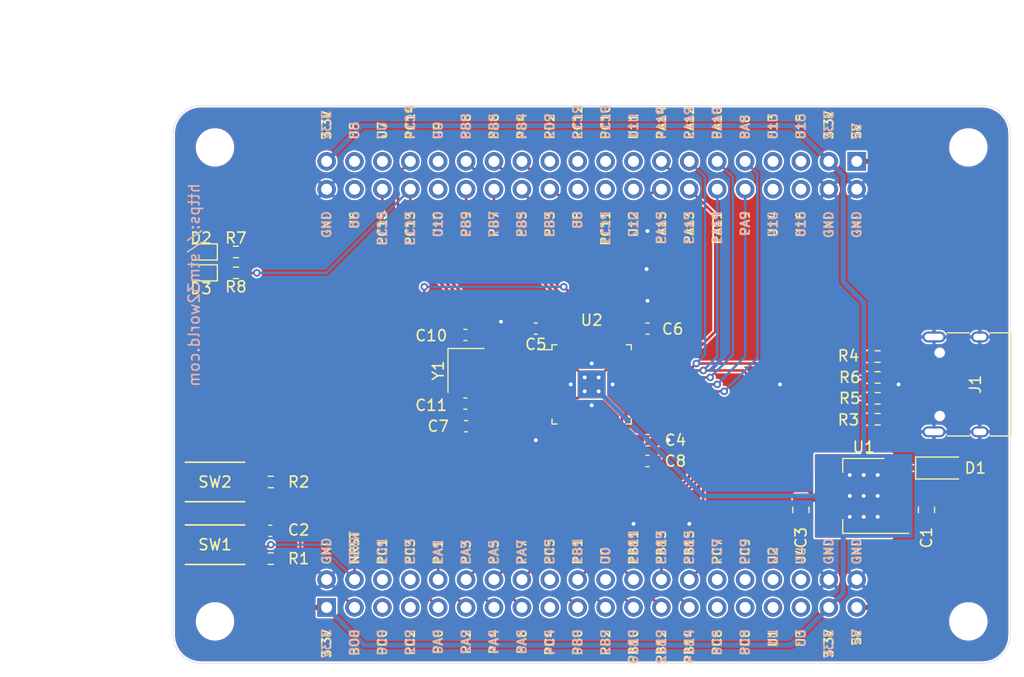
<source format=kicad_pcb>
(kicad_pcb (version 20171130) (host pcbnew 5.1.9+dfsg1-1)
  (title_block (title MCUSTM32F405) (rev a) (company STM32World) (comment 1 lth@stm32world.com) (comment 2 "Lars Boegild Thomsen"))
  (layers (0 F.Cu signal) (31 B.Cu signal) (34 B.Paste user) (35 F.Paste user) (36 B.SilkS user) (37 F.SilkS user) (38 B.Mask user) (39 F.Mask user) (44 Edge.Cuts user))
  (net 0 "")
  (net 1 +3V3)
  (net 2 GND)
  (net 3 PB9)
  (net 4 PB8)
  (net 5 PB7)
  (net 6 PB6)
  (net 7 PB5)
  (net 8 PB4)
  (net 9 PB3)
  (net 10 PD2)
  (net 11 PC12)
  (net 12 PC11)
  (net 13 PC10)
  (net 14 PA15)
  (net 15 PA14)
  (net 16 PA13)
  (net 17 PA12)
  (net 18 PA11)
  (net 19 PA10)
  (net 20 PA9)
  (net 21 PA8)
  (net 22 PC9)
  (net 23 PC8)
  (net 24 PC7)
  (net 25 PC6)
  (net 26 PB15)
  (net 27 PB14)
  (net 28 PB13)
  (net 29 PB12)
  (net 30 PB11)
  (net 31 PB10)
  (net 32 PB2)
  (net 33 PB1)
  (net 34 PB0)
  (net 35 PC5)
  (net 36 PC4)
  (net 37 PA7)
  (net 38 PA6)
  (net 39 PA5)
  (net 40 PA4)
  (net 41 PA3)
  (net 42 PA2)
  (net 43 PA1)
  (net 44 PA0)
  (net 45 PC3)
  (net 46 PC2)
  (net 47 PC1)
  (net 48 PC0)
  (net 49 NRST)
  (net 50 PC15)
  (net 51 PC14)
  (net 52 PC13)
  (net 53 +5V)
  (net 54 "Net-(C11-Pad1)")
  (net 55 VBUS)
  (net 56 "Net-(D2-Pad1)")
  (net 57 "Net-(D3-Pad1)")
  (net 58 UCC)
  (net 59 BO0)
  (net 60 "Net-(C10-Pad1)")
  (net 61 "Net-(J1-PadB8)")
  (net 62 "Net-(J1-PadA5)")
  (net 63 "Net-(J1-PadA7)")
  (net 64 "Net-(J1-PadA6)")
  (net 65 "Net-(J1-PadA8)")
  (net 66 "Net-(J1-PadB5)")
  (net 67 "Net-(J2-Pad78)")
  (net 68 "Net-(J2-Pad77)")
  (net 69 "Net-(J2-Pad75)")
  (net 70 "Net-(J2-Pad72)")
  (net 71 "Net-(J2-Pad71)")
  (net 72 "Net-(J2-Pad62)")
  (net 73 "Net-(J2-Pad58)")
  (net 74 "Net-(J2-Pad57)")
  (net 75 "Net-(J2-Pad48)")
  (net 76 "Net-(J2-Pad47)")
  (net 77 "Net-(J2-Pad46)")
  (net 78 "Net-(J2-Pad45)")
  (net 79 "Net-(J2-Pad36)")
  (net 80 "Net-(J2-Pad35)")
  (net 81 "Net-(J2-Pad34)")
  (net 82 "Net-(J2-Pad33)")
  (net 83 "Net-(J2-Pad22)")
  (module Package_QFP:LQFP-48_7x7mm_P0.5mm (layer F.Cu) (at 152.4 101.6)
    (fp_text reference U2 (at 0 -5.85) (layer F.SilkS))
    (fp_text value STM32F103CBTx)
    (pad 48 smd roundrect (at -2.75 -4.1625) (size 0.3 1.475) (layers F.Cu F.Paste F.Mask) (net 1 +3V3))
    (pad 47 smd roundrect (at -2.25 -4.1625) (size 0.3 1.475) (layers F.Cu F.Paste F.Mask) (net 2 GND))
    (pad 46 smd roundrect (at -1.75 -4.1625) (size 0.3 1.475) (layers F.Cu F.Paste F.Mask) (net 3 PB9))
    (pad 45 smd roundrect (at -1.25 -4.1625) (size 0.3 1.475) (layers F.Cu F.Paste F.Mask) (net 4 PB8))
    (pad 44 smd roundrect (at -0.75 -4.1625) (size 0.3 1.475) (layers F.Cu F.Paste F.Mask) (net 59 BO0))
    (pad 43 smd roundrect (at -0.25 -4.1625) (size 0.3 1.475) (layers F.Cu F.Paste F.Mask) (net 5 PB7))
    (pad 42 smd roundrect (at 0.25 -4.1625) (size 0.3 1.475) (layers F.Cu F.Paste F.Mask) (net 6 PB6))
    (pad 41 smd roundrect (at 0.75 -4.1625) (size 0.3 1.475) (layers F.Cu F.Paste F.Mask) (net 7 PB5))
    (pad 40 smd roundrect (at 1.25 -4.1625) (size 0.3 1.475) (layers F.Cu F.Paste F.Mask) (net 8 PB4))
    (pad 39 smd roundrect (at 1.75 -4.1625) (size 0.3 1.475) (layers F.Cu F.Paste F.Mask) (net 9 PB3))
    (pad 38 smd roundrect (at 2.25 -4.1625) (size 0.3 1.475) (layers F.Cu F.Paste F.Mask) (net 14 PA15))
    (pad 37 smd roundrect (at 2.75 -4.1625) (size 0.3 1.475) (layers F.Cu F.Paste F.Mask) (net 15 PA14))
    (pad 36 smd roundrect (at 4.1625 -2.75) (size 1.475 0.3) (layers F.Cu F.Paste F.Mask) (net 1 +3V3))
    (pad 35 smd roundrect (at 4.1625 -2.25) (size 1.475 0.3) (layers F.Cu F.Paste F.Mask) (net 2 GND))
    (pad 34 smd roundrect (at 4.1625 -1.75) (size 1.475 0.3) (layers F.Cu F.Paste F.Mask) (net 16 PA13))
    (pad 33 smd roundrect (at 4.1625 -1.25) (size 1.475 0.3) (layers F.Cu F.Paste F.Mask) (net 17 PA12))
    (pad 32 smd roundrect (at 4.1625 -0.75) (size 1.475 0.3) (layers F.Cu F.Paste F.Mask) (net 18 PA11))
    (pad 31 smd roundrect (at 4.1625 -0.25) (size 1.475 0.3) (layers F.Cu F.Paste F.Mask) (net 19 PA10))
    (pad 30 smd roundrect (at 4.1625 0.25) (size 1.475 0.3) (layers F.Cu F.Paste F.Mask) (net 20 PA9))
    (pad 29 smd roundrect (at 4.1625 0.75) (size 1.475 0.3) (layers F.Cu F.Paste F.Mask) (net 21 PA8))
    (pad 28 smd roundrect (at 4.1625 1.25) (size 1.475 0.3) (layers F.Cu F.Paste F.Mask) (net 26 PB15))
    (pad 27 smd roundrect (at 4.1625 1.75) (size 1.475 0.3) (layers F.Cu F.Paste F.Mask) (net 27 PB14))
    (pad 26 smd roundrect (at 4.1625 2.25) (size 1.475 0.3) (layers F.Cu F.Paste F.Mask) (net 28 PB13))
    (pad 25 smd roundrect (at 4.1625 2.75) (size 1.475 0.3) (layers F.Cu F.Paste F.Mask) (net 29 PB12))
    (pad 24 smd roundrect (at 2.75 4.1625) (size 0.3 1.475) (layers F.Cu F.Paste F.Mask) (net 1 +3V3))
    (pad 23 smd roundrect (at 2.25 4.1625) (size 0.3 1.475) (layers F.Cu F.Paste F.Mask) (net 2 GND))
    (pad 22 smd roundrect (at 1.75 4.1625) (size 0.3 1.475) (layers F.Cu F.Paste F.Mask) (net 30 PB11))
    (pad 21 smd roundrect (at 1.25 4.1625) (size 0.3 1.475) (layers F.Cu F.Paste F.Mask) (net 31 PB10))
    (pad 20 smd roundrect (at 0.75 4.1625) (size 0.3 1.475) (layers F.Cu F.Paste F.Mask) (net 32 PB2))
    (pad 19 smd roundrect (at 0.25 4.1625) (size 0.3 1.475) (layers F.Cu F.Paste F.Mask) (net 33 PB1))
    (pad 18 smd roundrect (at -0.25 4.1625) (size 0.3 1.475) (layers F.Cu F.Paste F.Mask) (net 34 PB0))
    (pad 17 smd roundrect (at -0.75 4.1625) (size 0.3 1.475) (layers F.Cu F.Paste F.Mask) (net 37 PA7))
    (pad 16 smd roundrect (at -1.25 4.1625) (size 0.3 1.475) (layers F.Cu F.Paste F.Mask) (net 38 PA6))
    (pad 15 smd roundrect (at -1.75 4.1625) (size 0.3 1.475) (layers F.Cu F.Paste F.Mask) (net 39 PA5))
    (pad 14 smd roundrect (at -2.25 4.1625) (size 0.3 1.475) (layers F.Cu F.Paste F.Mask) (net 40 PA4))
    (pad 13 smd roundrect (at -2.75 4.1625) (size 0.3 1.475) (layers F.Cu F.Paste F.Mask) (net 41 PA3))
    (pad 12 smd roundrect (at -4.1625 2.75) (size 1.475 0.3) (layers F.Cu F.Paste F.Mask) (net 42 PA2))
    (pad 11 smd roundrect (at -4.1625 2.25) (size 1.475 0.3) (layers F.Cu F.Paste F.Mask) (net 43 PA1))
    (pad 10 smd roundrect (at -4.1625 1.75) (size 1.475 0.3) (layers F.Cu F.Paste F.Mask) (net 44 PA0))
    (pad 9 smd roundrect (at -4.1625 1.25) (size 1.475 0.3) (layers F.Cu F.Paste F.Mask) (net 1 +3V3))
    (pad 8 smd roundrect (at -4.1625 0.75) (size 1.475 0.3) (layers F.Cu F.Paste F.Mask) (net 2 GND))
    (pad 7 smd roundrect (at -4.1625 0.25) (size 1.475 0.3) (layers F.Cu F.Paste F.Mask) (net 49 NRST))
    (pad 6 smd roundrect (at -4.1625 -0.25) (size 1.475 0.3) (layers F.Cu F.Paste F.Mask) (net 54 "Net-(C11-Pad1)"))
    (pad 5 smd roundrect (at -4.1625 -0.75) (size 1.475 0.3) (layers F.Cu F.Paste F.Mask) (net 60 "Net-(C10-Pad1)"))
    (pad 4 smd roundrect (at -4.1625 -1.25) (size 1.475 0.3) (layers F.Cu F.Paste F.Mask) (net 50 PC15))
    (pad 3 smd roundrect (at -4.1625 -1.75) (size 1.475 0.3) (layers F.Cu F.Paste F.Mask) (net 51 PC14))
    (pad 2 smd roundrect (at -4.1625 -2.25) (size 1.475 0.3) (layers F.Cu F.Paste F.Mask) (net 52 PC13))
    (pad 1 smd roundrect (at -4.1625 -2.75) (size 1.475 0.3) (layers F.Cu F.Paste F.Mask) (net 1 +3V3))
  )
  (module stm32world:STM32WORLD_BASE (layer F.Cu) (at 152.4 101.6)
    (fp_text reference J2 hide)
    (fp_text value STM32WORLD_BASE)
    (fp_text user 5V (at 24.13 22.225 90) (layer B.SilkS) (effects (font (size 0.8 0.8)) (justify left mirror)))
    (fp_text user 3.3V (at 21.59 22.225 90) (layer B.SilkS) (effects (font (size 0.8 0.8)) (justify left mirror)))
    (fp_text user U3 (at 19.05 22.225 90) (layer B.SilkS) (effects (font (size 0.8 0.8)) (justify left mirror)))
    (fp_text user U1 (at 16.51 22.225 90) (layer B.SilkS) (effects (font (size 0.8 0.8)) (justify left mirror)))
    (fp_text user PC8 (at 13.97 22.225 90) (layer B.SilkS) (effects (font (size 0.8 0.8)) (justify left mirror)))
    (fp_text user PC6 (at 11.43 22.225 90) (layer B.SilkS) (effects (font (size 0.8 0.8)) (justify left mirror)))
    (fp_text user PB14 (at 8.89 22.225 90) (layer B.SilkS) (effects (font (size 0.8 0.8)) (justify left mirror)))
    (fp_text user PB12 (at 6.35 22.225 90) (layer B.SilkS) (effects (font (size 0.8 0.8)) (justify left mirror)))
    (fp_text user PB10 (at 3.81 22.225 90) (layer B.SilkS) (effects (font (size 0.8 0.8)) (justify left mirror)))
    (fp_text user PB2 (at 1.27 22.225 90) (layer B.SilkS) (effects (font (size 0.8 0.8)) (justify left mirror)))
    (fp_text user PB0 (at -1.27 22.225 90) (layer B.SilkS) (effects (font (size 0.8 0.8)) (justify left mirror)))
    (fp_text user PC4 (at -3.81 22.225 90) (layer B.SilkS) (effects (font (size 0.8 0.8)) (justify left mirror)))
    (fp_text user PA6 (at -6.35 22.225 90) (layer B.SilkS) (effects (font (size 0.8 0.8)) (justify left mirror)))
    (fp_text user PA4 (at -8.89 22.225 90) (layer B.SilkS) (effects (font (size 0.8 0.8)) (justify left mirror)))
    (fp_text user PA2 (at -11.43 22.225 90) (layer B.SilkS) (effects (font (size 0.8 0.8)) (justify left mirror)))
    (fp_text user PA0 (at -13.97 22.225 90) (layer B.SilkS) (effects (font (size 0.8 0.8)) (justify left mirror)))
    (fp_text user PC2 (at -16.51 22.225 90) (layer B.SilkS) (effects (font (size 0.8 0.8)) (justify left mirror)))
    (fp_text user PC0 (at -19.05 22.225 90) (layer B.SilkS) (effects (font (size 0.8 0.8)) (justify left mirror)))
    (fp_text user BO0 (at -21.59 22.225 90) (layer B.SilkS) (effects (font (size 0.8 0.8)) (justify left mirror)))
    (fp_text user 3.3V (at -24.13 22.225 90) (layer B.SilkS) (effects (font (size 0.8 0.8)) (justify left mirror)))
    (fp_text user GND (at 24.13 16.51 90) (layer B.SilkS) (effects (font (size 0.8 0.8)) (justify right mirror)))
    (fp_text user GND (at 21.59 16.51 90) (layer B.SilkS) (effects (font (size 0.8 0.8)) (justify right mirror)))
    (fp_text user U4 (at 19.05 16.51 90) (layer B.SilkS) (effects (font (size 0.8 0.8)) (justify right mirror)))
    (fp_text user U2 (at 16.51 16.51 90) (layer B.SilkS) (effects (font (size 0.8 0.8)) (justify right mirror)))
    (fp_text user PC9 (at 13.97 16.51 90) (layer B.SilkS) (effects (font (size 0.8 0.8)) (justify right mirror)))
    (fp_text user PC7 (at 11.43 16.51 90) (layer B.SilkS) (effects (font (size 0.8 0.8)) (justify right mirror)))
    (fp_text user PB15 (at 8.89 16.51 90) (layer B.SilkS) (effects (font (size 0.8 0.8)) (justify right mirror)))
    (fp_text user PB13 (at 6.35 16.51 90) (layer B.SilkS) (effects (font (size 0.8 0.8)) (justify right mirror)))
    (fp_text user PB11 (at 3.81 16.51 90) (layer B.SilkS) (effects (font (size 0.8 0.8)) (justify right mirror)))
    (fp_text user U0 (at 1.27 16.51 90) (layer B.SilkS) (effects (font (size 0.8 0.8)) (justify right mirror)))
    (fp_text user PB1 (at -1.27 16.51 90) (layer B.SilkS) (effects (font (size 0.8 0.8)) (justify right mirror)))
    (fp_text user PC5 (at -3.81 16.51 90) (layer B.SilkS) (effects (font (size 0.8 0.8)) (justify right mirror)))
    (fp_text user PA7 (at -6.35 16.51 90) (layer B.SilkS) (effects (font (size 0.8 0.8)) (justify right mirror)))
    (fp_text user PA5 (at -8.89 16.51 90) (layer B.SilkS) (effects (font (size 0.8 0.8)) (justify right mirror)))
    (fp_text user PA3 (at -11.43 16.51 90) (layer B.SilkS) (effects (font (size 0.8 0.8)) (justify right mirror)))
    (fp_text user PA1 (at -13.97 16.51 90) (layer B.SilkS) (effects (font (size 0.8 0.8)) (justify right mirror)))
    (fp_text user PC3 (at -16.51 16.51 90) (layer B.SilkS) (effects (font (size 0.8 0.8)) (justify right mirror)))
    (fp_text user PC1 (at -19.05 16.51 90) (layer B.SilkS) (effects (font (size 0.8 0.8)) (justify right mirror)))
    (fp_text user NRST (at -21.59 16.51 90) (layer B.SilkS) (effects (font (size 0.8 0.8)) (justify right mirror)))
    (fp_text user GND (at -24.13 16.51 90) (layer B.SilkS) (effects (font (size 0.8 0.8)) (justify right mirror)))
    (fp_text user 3.3V (at -24.13 -22.225 90) (layer B.SilkS) (effects (font (size 0.8 0.8)) (justify right mirror)))
    (fp_text user U5 (at -21.59 -22.225 90) (layer B.SilkS) (effects (font (size 0.8 0.8)) (justify right mirror)))
    (fp_text user U7 (at -19.05 -22.225 90) (layer B.SilkS) (effects (font (size 0.8 0.8)) (justify right mirror)))
    (fp_text user PC14 (at -16.51 -22.225 90) (layer B.SilkS) (effects (font (size 0.8 0.8)) (justify right mirror)))
    (fp_text user U9 (at -13.97 -22.225 90) (layer B.SilkS) (effects (font (size 0.8 0.8)) (justify right mirror)))
    (fp_text user PB8 (at -11.43 -22.225 90) (layer B.SilkS) (effects (font (size 0.8 0.8)) (justify right mirror)))
    (fp_text user PB6 (at -8.89 -22.225 90) (layer B.SilkS) (effects (font (size 0.8 0.8)) (justify right mirror)))
    (fp_text user PB4 (at -6.35 -22.225 90) (layer B.SilkS) (effects (font (size 0.8 0.8)) (justify right mirror)))
    (fp_text user PD2 (at -3.81 -22.225 90) (layer B.SilkS) (effects (font (size 0.8 0.8)) (justify right mirror)))
    (fp_text user PC12 (at -1.27 -22.225 90) (layer B.SilkS) (effects (font (size 0.8 0.8)) (justify right mirror)))
    (fp_text user PC10 (at 1.27 -22.225 90) (layer B.SilkS) (effects (font (size 0.8 0.8)) (justify right mirror)))
    (fp_text user U11 (at 3.81 -22.225 90) (layer B.SilkS) (effects (font (size 0.8 0.8)) (justify right mirror)))
    (fp_text user PA14 (at 6.35 -22.225 90) (layer B.SilkS) (effects (font (size 0.8 0.8)) (justify right mirror)))
    (fp_text user PA12 (at 8.89 -22.225 90) (layer B.SilkS) (effects (font (size 0.8 0.8)) (justify right mirror)))
    (fp_text user PA10 (at 11.43 -22.225 90) (layer B.SilkS) (effects (font (size 0.8 0.8)) (justify right mirror)))
    (fp_text user PA8 (at 13.97 -22.225 90) (layer B.SilkS) (effects (font (size 0.8 0.8)) (justify right mirror)))
    (fp_text user U13 (at 16.51 -22.225 90) (layer B.SilkS) (effects (font (size 0.8 0.8)) (justify right mirror)))
    (fp_text user U15 (at 19.05 -22.225 90) (layer B.SilkS) (effects (font (size 0.8 0.8)) (justify right mirror)))
    (fp_text user 3.3V (at 21.59 -22.225 90) (layer B.SilkS) (effects (font (size 0.8 0.8)) (justify right mirror)))
    (fp_text user 5V (at 24.13 -22.225 90) (layer B.SilkS) (effects (font (size 0.8 0.8)) (justify right mirror)))
    (fp_text user GND (at 24.13 -15.875 90) (layer B.SilkS) (effects (font (size 0.8 0.8)) (justify left mirror)))
    (fp_text user GND (at 21.59 -15.875 90) (layer B.SilkS) (effects (font (size 0.8 0.8)) (justify left mirror)))
    (fp_text user U16 (at 19.05 -15.875 90) (layer B.SilkS) (effects (font (size 0.8 0.8)) (justify left mirror)))
    (fp_text user U14 (at 16.51 -15.875 90) (layer B.SilkS) (effects (font (size 0.8 0.8)) (justify left mirror)))
    (fp_text user PA9 (at 13.97 -15.875 90) (layer B.SilkS) (effects (font (size 0.8 0.8)) (justify left mirror)))
    (fp_text user PA11 (at 11.43 -15.875 90) (layer B.SilkS) (effects (font (size 0.8 0.8)) (justify left mirror)))
    (fp_text user PA13 (at 8.89 -15.875 90) (layer B.SilkS) (effects (font (size 0.8 0.8)) (justify left mirror)))
    (fp_text user PA15 (at 6.35 -15.875 90) (layer B.SilkS) (effects (font (size 0.8 0.8)) (justify left mirror)))
    (fp_text user U12 (at 3.81 -15.875 90) (layer B.SilkS) (effects (font (size 0.8 0.8)) (justify left mirror)))
    (fp_text user PC11 (at 1.27 -15.875 90) (layer B.SilkS) (effects (font (size 0.8 0.8)) (justify left mirror)))
    (fp_text user U8 (at -1.27 -15.875 90) (layer B.SilkS) (effects (font (size 0.8 0.8)) (justify left mirror)))
    (fp_text user PB3 (at -3.81 -15.875 90) (layer B.SilkS) (effects (font (size 0.8 0.8)) (justify left mirror)))
    (fp_text user PB5 (at -6.35 -15.875 90) (layer B.SilkS) (effects (font (size 0.8 0.8)) (justify left mirror)))
    (fp_text user PB7 (at -8.89 -15.875 90) (layer B.SilkS) (effects (font (size 0.8 0.8)) (justify left mirror)))
    (fp_text user PB9 (at -11.43 -15.875 90) (layer B.SilkS) (effects (font (size 0.8 0.8)) (justify left mirror)))
    (fp_text user U10 (at -13.97 -15.875 90) (layer B.SilkS) (effects (font (size 0.8 0.8)) (justify left mirror)))
    (fp_text user PC13 (at -16.51 -15.875 90) (layer B.SilkS) (effects (font (size 0.8 0.8)) (justify left mirror)))
    (fp_text user PC15 (at -19.05 -15.875 90) (layer B.SilkS) (effects (font (size 0.8 0.8)) (justify left mirror)))
    (fp_text user U6 (at -21.59 -15.875 90) (layer B.SilkS) (effects (font (size 0.8 0.8)) (justify left mirror)))
    (fp_text user GND (at -24.13 -15.875 90) (layer B.SilkS) (effects (font (size 0.8 0.8)) (justify left mirror)))
    (fp_text user U16 (at 19.05 -15.875 90) (layer F.SilkS) (effects (font (size 0.8 0.8)) (justify right)))
    (fp_text user U14 (at 16.51 -15.875 90) (layer F.SilkS) (effects (font (size 0.8 0.8)) (justify right)))
    (fp_text user U15 (at 19.05 -22.225 90) (layer F.SilkS) (effects (font (size 0.8 0.8)) (justify left)))
    (fp_text user U13 (at 16.51 -22.225 90) (layer F.SilkS) (effects (font (size 0.8 0.8)) (justify left)))
    (fp_text user U11 (at 3.81 -22.225 90) (layer F.SilkS) (effects (font (size 0.8 0.8)) (justify left)))
    (fp_text user U12 (at 3.81 -15.875 90) (layer F.SilkS) (effects (font (size 0.8 0.8)) (justify right)))
    (fp_text user U8 (at -1.27 -15.875 90) (layer F.SilkS) (effects (font (size 0.8 0.8)) (justify right)))
    (fp_text user U10 (at -13.97 -15.875 90) (layer F.SilkS) (effects (font (size 0.8 0.8)) (justify right)))
    (fp_text user U9 (at -13.97 -22.225 90) (layer F.SilkS) (effects (font (size 0.8 0.8)) (justify left)))
    (fp_text user U7 (at -19.05 -22.225 90) (layer F.SilkS) (effects (font (size 0.8 0.8)) (justify left)))
    (fp_text user U6 (at -21.59 -15.875 90) (layer F.SilkS) (effects (font (size 0.8 0.8)) (justify right)))
    (fp_text user U5 (at -21.59 -22.225 90) (layer F.SilkS) (effects (font (size 0.8 0.8)) (justify left)))
    (fp_text user U4 (at 19.05 16.51 90) (layer F.SilkS) (effects (font (size 0.8 0.8)) (justify left)))
    (fp_text user U2 (at 16.51 16.51 90) (layer F.SilkS) (effects (font (size 0.8 0.8)) (justify left)))
    (fp_text user U3 (at 19.05 22.225 90) (layer F.SilkS) (effects (font (size 0.8 0.8)) (justify right)))
    (fp_text user U1 (at 16.51 22.225 90) (layer F.SilkS) (effects (font (size 0.8 0.8)) (justify right)))
    (fp_text user U0 (at 1.27 16.51 90) (layer F.SilkS) (effects (font (size 0.8 0.8)) (justify left)))
    (fp_text user https://stm32world.com (at -36.195 -18.415 90 unlocked) (layer B.SilkS) (effects (justify left mirror)))
    (fp_text user 3.3V (at 21.59 -22.225 90) (layer F.SilkS) (effects (font (size 0.8 0.8)) (justify left)))
    (fp_text user GND (at 21.59 -15.875 90) (layer F.SilkS) (effects (font (size 0.8 0.8)) (justify right)))
    (fp_text user 5V (at 24.13 22.225 90) (layer F.SilkS) (effects (font (size 0.8 0.8)) (justify right)))
    (fp_text user GND (at 21.59 16.51 90) (layer F.SilkS) (effects (font (size 0.8 0.8)) (justify left)))
    (fp_text user GND (at -24.13 -15.875 90) (layer F.SilkS) (effects (font (size 0.8 0.8)) (justify right)))
    (fp_text user PC15 (at -19.05 -15.875 90) (layer F.SilkS) (effects (font (size 0.8 0.8)) (justify right)))
    (fp_text user PC13 (at -16.51 -15.875 90) (layer F.SilkS) (effects (font (size 0.8 0.8)) (justify right)))
    (fp_text user PB9 (at -11.43 -15.875 90) (layer F.SilkS) (effects (font (size 0.8 0.8)) (justify right)))
    (fp_text user PB7 (at -8.89 -15.875 90) (layer F.SilkS) (effects (font (size 0.8 0.8)) (justify right)))
    (fp_text user PB5 (at -6.35 -15.875 90) (layer F.SilkS) (effects (font (size 0.8 0.8)) (justify right)))
    (fp_text user PB3 (at -3.81 -15.875 90) (layer F.SilkS) (effects (font (size 0.8 0.8)) (justify right)))
    (fp_text user PC11 (at 1.27 -15.875 90) (layer F.SilkS) (effects (font (size 0.8 0.8)) (justify right)))
    (fp_text user PA15 (at 6.35 -15.875 90) (layer F.SilkS) (effects (font (size 0.8 0.8)) (justify right)))
    (fp_text user PA13 (at 8.89 -15.875 90) (layer F.SilkS) (effects (font (size 0.8 0.8)) (justify right)))
    (fp_text user PA11 (at 11.43 -15.875 90) (layer F.SilkS) (effects (font (size 0.8 0.8)) (justify right)))
    (fp_text user PA9 (at 13.97 -15.875 90) (layer F.SilkS) (effects (font (size 0.8 0.8)) (justify right)))
    (fp_text user 3.3V (at -24.13 -22.225 90) (layer F.SilkS) (effects (font (size 0.8 0.8)) (justify left)))
    (fp_text user PC14 (at -16.51 -22.225 90) (layer F.SilkS) (effects (font (size 0.8 0.8)) (justify left)))
    (fp_text user PB8 (at -11.43 -22.225 90) (layer F.SilkS) (effects (font (size 0.8 0.8)) (justify left)))
    (fp_text user PB6 (at -8.89 -22.225 90) (layer F.SilkS) (effects (font (size 0.8 0.8)) (justify left)))
    (fp_text user PB4 (at -6.35 -22.225 90) (layer F.SilkS) (effects (font (size 0.8 0.8)) (justify left)))
    (fp_text user PD2 (at -3.81 -22.225 90) (layer F.SilkS) (effects (font (size 0.8 0.8)) (justify left)))
    (fp_text user PC12 (at -1.27 -22.225 90) (layer F.SilkS) (effects (font (size 0.8 0.8)) (justify left)))
    (fp_text user PC10 (at 1.27 -22.225 90) (layer F.SilkS) (effects (font (size 0.8 0.8)) (justify left)))
    (fp_text user PA14 (at 6.35 -22.225 90) (layer F.SilkS) (effects (font (size 0.8 0.8)) (justify left)))
    (fp_text user PA12 (at 8.89 -22.225 90) (layer F.SilkS) (effects (font (size 0.8 0.8)) (justify left)))
    (fp_text user PA10 (at 11.43 -22.225 90) (layer F.SilkS) (effects (font (size 0.8 0.8)) (justify left)))
    (fp_text user PA8 (at 13.97 -22.225 90) (layer F.SilkS) (effects (font (size 0.8 0.8)) (justify left)))
    (fp_text user GND (at 24.13 -15.875 90) (layer F.SilkS) (effects (font (size 0.8 0.8)) (justify right)))
    (fp_text user 5V (at 24.13 -22.225 90) (layer F.SilkS) (effects (font (size 0.8 0.8)) (justify left)))
    (fp_text user GND (at 24.13 16.51 90) (layer F.SilkS) (effects (font (size 0.8 0.8)) (justify left)))
    (fp_text user PC9 (at 13.97 16.51 90) (layer F.SilkS) (effects (font (size 0.8 0.8)) (justify left)))
    (fp_text user PC7 (at 11.43 16.51 90) (layer F.SilkS) (effects (font (size 0.8 0.8)) (justify left)))
    (fp_text user PB15 (at 8.89 16.51 90) (layer F.SilkS) (effects (font (size 0.8 0.8)) (justify left)))
    (fp_text user PB13 (at 6.35 16.51 90) (layer F.SilkS) (effects (font (size 0.8 0.8)) (justify left)))
    (fp_text user PB11 (at 3.81 16.51 90) (layer F.SilkS) (effects (font (size 0.8 0.8)) (justify left)))
    (fp_text user PB1 (at -1.27 16.51 90) (layer F.SilkS) (effects (font (size 0.8 0.8)) (justify left)))
    (fp_text user PC5 (at -3.81 16.51 90) (layer F.SilkS) (effects (font (size 0.8 0.8)) (justify left)))
    (fp_text user PA7 (at -6.35 16.51 90) (layer F.SilkS) (effects (font (size 0.8 0.8)) (justify left)))
    (fp_text user PA5 (at -8.89 16.51 90) (layer F.SilkS) (effects (font (size 0.8 0.8)) (justify left)))
    (fp_text user PA3 (at -11.43 16.51 90) (layer F.SilkS) (effects (font (size 0.8 0.8)) (justify left)))
    (fp_text user PA1 (at -13.97 16.51 90) (layer F.SilkS) (effects (font (size 0.8 0.8)) (justify left)))
    (fp_text user PC3 (at -16.51 16.51 90) (layer F.SilkS) (effects (font (size 0.8 0.8)) (justify left)))
    (fp_text user PC1 (at -19.05 16.51 90) (layer F.SilkS) (effects (font (size 0.8 0.8)) (justify left)))
    (fp_text user NRST (at -21.59 16.51 90) (layer F.SilkS) (effects (font (size 0.8 0.8)) (justify left)))
    (fp_text user 3.3V (at 21.59 22.225 90) (layer F.SilkS) (effects (font (size 0.8 0.8)) (justify right)))
    (fp_text user PC8 (at 13.97 22.225 90) (layer F.SilkS) (effects (font (size 0.8 0.8)) (justify right)))
    (fp_text user PC6 (at 11.43 22.225 90) (layer F.SilkS) (effects (font (size 0.8 0.8)) (justify right)))
    (fp_text user PB14 (at 8.89 22.225 90) (layer F.SilkS) (effects (font (size 0.8 0.8)) (justify right)))
    (fp_text user PB12 (at 6.35 22.225 90) (layer F.SilkS) (effects (font (size 0.8 0.8)) (justify right)))
    (fp_text user PB10 (at 3.81 22.225 90) (layer F.SilkS) (effects (font (size 0.8 0.8)) (justify right)))
    (fp_text user PB2 (at 1.27 22.225 90) (layer F.SilkS) (effects (font (size 0.8 0.8)) (justify right)))
    (fp_text user PB0 (at -1.27 22.225 90) (layer F.SilkS) (effects (font (size 0.8 0.8)) (justify right)))
    (fp_text user PC4 (at -3.81 22.225 90) (layer F.SilkS) (effects (font (size 0.8 0.8)) (justify right)))
    (fp_text user PA6 (at -6.35 22.225 90) (layer F.SilkS) (effects (font (size 0.8 0.8)) (justify right)))
    (fp_text user PA4 (at -8.89 22.225 90) (layer F.SilkS) (effects (font (size 0.8 0.8)) (justify right)))
    (fp_text user PA2 (at -11.43 22.225 90) (layer F.SilkS) (effects (font (size 0.8 0.8)) (justify right)))
    (fp_text user PA0 (at -13.97 22.225 90) (layer F.SilkS) (effects (font (size 0.8 0.8)) (justify right)))
    (fp_text user PC2 (at -16.51 22.225 90) (layer F.SilkS) (effects (font (size 0.8 0.8)) (justify right)))
    (fp_text user PC0 (at -19.05 22.225 90) (layer F.SilkS) (effects (font (size 0.8 0.8)) (justify right)))
    (fp_text user BO0 (at -21.59 22.225 90) (layer F.SilkS) (effects (font (size 0.8 0.8)) (justify right)))
    (fp_text user GND (at -24.13 16.51 90) (layer F.SilkS) (effects (font (size 0.8 0.8)) (justify left)))
    (fp_text user 3.3V (at -24.13 22.225 90) (layer F.SilkS) (effects (font (size 0.8 0.8)) (justify right)))
    (pad 1 thru_hole rect (at -24.13 20.32) (size 1.7 1.7) (drill 1) (layers *.Cu *.Mask) (net 1 +3V3))
    (pad 2 thru_hole circle (at -24.13 17.78) (size 1.7 1.7) (drill 1) (layers *.Cu *.Mask) (net 2 GND))
    (pad 3 thru_hole circle (at -21.59 20.32) (size 1.7 1.7) (drill 1) (layers *.Cu *.Mask) (net 59 BO0))
    (pad 4 thru_hole circle (at -21.59 17.78) (size 1.7 1.7) (drill 1) (layers *.Cu *.Mask) (net 49 NRST))
    (pad 5 thru_hole circle (at -19.05 20.32) (size 1.7 1.7) (drill 1) (layers *.Cu *.Mask) (net 48 PC0))
    (pad 6 thru_hole circle (at -19.05 17.78) (size 1.7 1.7) (drill 1) (layers *.Cu *.Mask) (net 47 PC1))
    (pad 7 thru_hole circle (at -16.51 20.32) (size 1.7 1.7) (drill 1) (layers *.Cu *.Mask) (net 46 PC2))
    (pad 8 thru_hole circle (at -16.51 17.78) (size 1.7 1.7) (drill 1) (layers *.Cu *.Mask) (net 45 PC3))
    (pad 9 thru_hole circle (at -13.97 20.32) (size 1.7 1.7) (drill 1) (layers *.Cu *.Mask) (net 44 PA0))
    (pad 10 thru_hole circle (at -13.97 17.78) (size 1.7 1.7) (drill 1) (layers *.Cu *.Mask) (net 43 PA1))
    (pad 11 thru_hole circle (at -11.43 20.32) (size 1.7 1.7) (drill 1) (layers *.Cu *.Mask) (net 42 PA2))
    (pad 12 thru_hole circle (at -11.43 17.78) (size 1.7 1.7) (drill 1) (layers *.Cu *.Mask) (net 41 PA3))
    (pad 13 thru_hole circle (at -8.89 20.32) (size 1.7 1.7) (drill 1) (layers *.Cu *.Mask) (net 40 PA4))
    (pad 14 thru_hole circle (at -8.89 17.78) (size 1.7 1.7) (drill 1) (layers *.Cu *.Mask) (net 39 PA5))
    (pad 15 thru_hole circle (at -6.35 20.32) (size 1.7 1.7) (drill 1) (layers *.Cu *.Mask) (net 38 PA6))
    (pad 16 thru_hole circle (at -6.35 17.78) (size 1.7 1.7) (drill 1) (layers *.Cu *.Mask) (net 37 PA7))
    (pad 17 thru_hole circle (at -3.81 20.32) (size 1.7 1.7) (drill 1) (layers *.Cu *.Mask) (net 36 PC4))
    (pad 18 thru_hole circle (at -3.81 17.78) (size 1.7 1.7) (drill 1) (layers *.Cu *.Mask) (net 35 PC5))
    (pad 19 thru_hole circle (at -1.27 20.32) (size 1.7 1.7) (drill 1) (layers *.Cu *.Mask) (net 34 PB0))
    (pad 20 thru_hole circle (at -1.27 17.78) (size 1.7 1.7) (drill 1) (layers *.Cu *.Mask) (net 33 PB1))
    (pad 21 thru_hole circle (at 1.27 20.32) (size 1.7 1.7) (drill 1) (layers *.Cu *.Mask) (net 32 PB2))
    (pad 22 thru_hole circle (at 1.27 17.78) (size 1.7 1.7) (drill 1) (layers *.Cu *.Mask) (net 83 "Net-(J2-Pad22)"))
    (pad 23 thru_hole circle (at 3.81 20.32) (size 1.7 1.7) (drill 1) (layers *.Cu *.Mask) (net 31 PB10))
    (pad 24 thru_hole circle (at 3.81 17.78) (size 1.7 1.7) (drill 1) (layers *.Cu *.Mask) (net 30 PB11))
    (pad 25 thru_hole circle (at 6.35 20.32) (size 1.7 1.7) (drill 1) (layers *.Cu *.Mask) (net 29 PB12))
    (pad 26 thru_hole circle (at 6.35 17.78) (size 1.7 1.7) (drill 1) (layers *.Cu *.Mask) (net 28 PB13))
    (pad 27 thru_hole circle (at 8.89 20.32) (size 1.7 1.7) (drill 1) (layers *.Cu *.Mask) (net 27 PB14))
    (pad 28 thru_hole circle (at 8.89 17.78) (size 1.7 1.7) (drill 1) (layers *.Cu *.Mask) (net 26 PB15))
    (pad 29 thru_hole circle (at 11.43 20.32) (size 1.7 1.7) (drill 1) (layers *.Cu *.Mask) (net 25 PC6))
    (pad 30 thru_hole circle (at 11.43 17.78) (size 1.7 1.7) (drill 1) (layers *.Cu *.Mask) (net 24 PC7))
    (pad 31 thru_hole circle (at 13.97 20.32) (size 1.7 1.7) (drill 1) (layers *.Cu *.Mask) (net 23 PC8))
    (pad 32 thru_hole circle (at 13.97 17.78) (size 1.7 1.7) (drill 1) (layers *.Cu *.Mask) (net 22 PC9))
    (pad 33 thru_hole circle (at 16.51 20.32) (size 1.7 1.7) (drill 1) (layers *.Cu *.Mask) (net 82 "Net-(J2-Pad33)"))
    (pad 34 thru_hole circle (at 16.51 17.78) (size 1.7 1.7) (drill 1) (layers *.Cu *.Mask) (net 81 "Net-(J2-Pad34)"))
    (pad 35 thru_hole circle (at 19.05 20.32) (size 1.7 1.7) (drill 1) (layers *.Cu *.Mask) (net 80 "Net-(J2-Pad35)"))
    (pad 36 thru_hole circle (at 19.05 17.78) (size 1.7 1.7) (drill 1) (layers *.Cu *.Mask) (net 79 "Net-(J2-Pad36)"))
    (pad 37 thru_hole circle (at 21.59 20.32) (size 1.7 1.7) (drill 1) (layers *.Cu *.Mask) (net 1 +3V3))
    (pad 38 thru_hole circle (at 21.59 17.78) (size 1.7 1.7) (drill 1) (layers *.Cu *.Mask) (net 2 GND))
    (pad 39 thru_hole circle (at 24.13 20.32) (size 1.7 1.7) (drill 1) (layers *.Cu *.Mask) (net 53 +5V))
    (pad 40 thru_hole circle (at 24.13 17.78) (size 1.7 1.7) (drill 1) (layers *.Cu *.Mask) (net 2 GND))
    (pad 41 thru_hole rect (at 24.13 -20.32) (size 1.7 1.7) (drill 1) (layers *.Cu *.Mask) (net 53 +5V))
    (pad 42 thru_hole circle (at 24.13 -17.78) (size 1.7 1.7) (drill 1) (layers *.Cu *.Mask) (net 2 GND))
    (pad 43 thru_hole circle (at 21.59 -20.32) (size 1.7 1.7) (drill 1) (layers *.Cu *.Mask) (net 1 +3V3))
    (pad 44 thru_hole circle (at 21.59 -17.78) (size 1.7 1.7) (drill 1) (layers *.Cu *.Mask) (net 2 GND))
    (pad 45 thru_hole circle (at 19.05 -20.32) (size 1.7 1.7) (drill 1) (layers *.Cu *.Mask) (net 78 "Net-(J2-Pad45)"))
    (pad 46 thru_hole circle (at 19.05 -17.78) (size 1.7 1.7) (drill 1) (layers *.Cu *.Mask) (net 77 "Net-(J2-Pad46)"))
    (pad 47 thru_hole circle (at 16.51 -20.32) (size 1.7 1.7) (drill 1) (layers *.Cu *.Mask) (net 76 "Net-(J2-Pad47)"))
    (pad 48 thru_hole circle (at 16.51 -17.78) (size 1.7 1.7) (drill 1) (layers *.Cu *.Mask) (net 75 "Net-(J2-Pad48)"))
    (pad 49 thru_hole circle (at 13.97 -20.32) (size 1.7 1.7) (drill 1) (layers *.Cu *.Mask) (net 21 PA8))
    (pad 50 thru_hole circle (at 13.97 -17.78) (size 1.7 1.7) (drill 1) (layers *.Cu *.Mask) (net 20 PA9))
    (pad 51 thru_hole circle (at 11.43 -20.32) (size 1.7 1.7) (drill 1) (layers *.Cu *.Mask) (net 19 PA10))
    (pad 52 thru_hole circle (at 11.43 -17.78) (size 1.7 1.7) (drill 1) (layers *.Cu *.Mask) (net 18 PA11))
    (pad 53 thru_hole circle (at 8.89 -20.32) (size 1.7 1.7) (drill 1) (layers *.Cu *.Mask) (net 17 PA12))
    (pad 54 thru_hole circle (at 8.89 -17.78) (size 1.7 1.7) (drill 1) (layers *.Cu *.Mask) (net 16 PA13))
    (pad 55 thru_hole circle (at 6.35 -20.32) (size 1.7 1.7) (drill 1) (layers *.Cu *.Mask) (net 15 PA14))
    (pad 56 thru_hole circle (at 6.35 -17.78) (size 1.7 1.7) (drill 1) (layers *.Cu *.Mask) (net 14 PA15))
    (pad 57 thru_hole circle (at 3.81 -20.32) (size 1.7 1.7) (drill 1) (layers *.Cu *.Mask) (net 74 "Net-(J2-Pad57)"))
    (pad 58 thru_hole circle (at 3.81 -17.78) (size 1.7 1.7) (drill 1) (layers *.Cu *.Mask) (net 73 "Net-(J2-Pad58)"))
    (pad 59 thru_hole circle (at 1.27 -20.32) (size 1.7 1.7) (drill 1) (layers *.Cu *.Mask) (net 13 PC10))
    (pad 60 thru_hole circle (at 1.27 -17.78) (size 1.7 1.7) (drill 1) (layers *.Cu *.Mask) (net 12 PC11))
    (pad 61 thru_hole circle (at -1.27 -20.32) (size 1.7 1.7) (drill 1) (layers *.Cu *.Mask) (net 11 PC12))
    (pad 62 thru_hole circle (at -1.27 -17.78) (size 1.7 1.7) (drill 1) (layers *.Cu *.Mask) (net 72 "Net-(J2-Pad62)"))
    (pad 63 thru_hole circle (at -3.81 -20.32) (size 1.7 1.7) (drill 1) (layers *.Cu *.Mask) (net 10 PD2))
    (pad 64 thru_hole circle (at -3.81 -17.78) (size 1.7 1.7) (drill 1) (layers *.Cu *.Mask) (net 9 PB3))
    (pad 65 thru_hole circle (at -6.35 -20.32) (size 1.7 1.7) (drill 1) (layers *.Cu *.Mask) (net 8 PB4))
    (pad 66 thru_hole circle (at -6.35 -17.78) (size 1.7 1.7) (drill 1) (layers *.Cu *.Mask) (net 7 PB5))
    (pad 67 thru_hole circle (at -8.89 -20.32) (size 1.7 1.7) (drill 1) (layers *.Cu *.Mask) (net 6 PB6))
    (pad 68 thru_hole circle (at -8.89 -17.78) (size 1.7 1.7) (drill 1) (layers *.Cu *.Mask) (net 5 PB7))
    (pad 69 thru_hole circle (at -11.43 -20.32) (size 1.7 1.7) (drill 1) (layers *.Cu *.Mask) (net 4 PB8))
    (pad 70 thru_hole circle (at -11.43 -17.78) (size 1.7 1.7) (drill 1) (layers *.Cu *.Mask) (net 3 PB9))
    (pad 71 thru_hole circle (at -13.97 -20.32) (size 1.7 1.7) (drill 1) (layers *.Cu *.Mask) (net 71 "Net-(J2-Pad71)"))
    (pad 72 thru_hole circle (at -13.97 -17.78) (size 1.7 1.7) (drill 1) (layers *.Cu *.Mask) (net 70 "Net-(J2-Pad72)"))
    (pad 73 thru_hole circle (at -16.51 -20.32) (size 1.7 1.7) (drill 1) (layers *.Cu *.Mask) (net 51 PC14))
    (pad 74 thru_hole circle (at -16.51 -17.78) (size 1.7 1.7) (drill 1) (layers *.Cu *.Mask) (net 52 PC13))
    (pad 75 thru_hole circle (at -19.05 -20.32) (size 1.7 1.7) (drill 1) (layers *.Cu *.Mask) (net 69 "Net-(J2-Pad75)"))
    (pad 76 thru_hole circle (at -19.05 -17.78) (size 1.7 1.7) (drill 1) (layers *.Cu *.Mask) (net 50 PC15))
    (pad 77 thru_hole circle (at -21.59 -20.32) (size 1.7 1.7) (drill 1) (layers *.Cu *.Mask) (net 68 "Net-(J2-Pad77)"))
    (pad 78 thru_hole circle (at -21.59 -17.78) (size 1.7 1.7) (drill 1) (layers *.Cu *.Mask) (net 67 "Net-(J2-Pad78)"))
    (pad 79 thru_hole circle (at -24.13 -20.32) (size 1.7 1.7) (drill 1) (layers *.Cu *.Mask) (net 1 +3V3))
    (pad 80 thru_hole circle (at -24.13 -17.78) (size 1.7 1.7) (drill 1) (layers *.Cu *.Mask) (net 2 GND))
    (pad "" np_thru_hole circle (at -34.29 21.59) (size 3.2 3.2) (drill 3.2) (layers *.Cu *.Mask))
    (pad "" np_thru_hole circle (at 34.29 21.59) (size 3.2 3.2) (drill 3.2) (layers *.Cu *.Mask))
    (pad "" np_thru_hole circle (at 34.29 -21.59) (size 3.2 3.2) (drill 3.2) (layers *.Cu *.Mask))
    (pad "" np_thru_hole circle (at -34.29 -21.59) (size 3.2 3.2) (drill 3.2) (layers *.Cu *.Mask))
  )
  (module Crystal:Crystal_SMD_3225-4Pin_3.2x2.5mm (layer F.Cu) (at 140.97 100.33 270)
    (fp_text reference Y1 (at 0 2.54 90) (layer F.SilkS))
    (fp_text value X_16MHZ)
    (pad 4 smd rect (at -1.1 -0.85 270) (size 1.4 1.2) (layers F.Cu F.Paste F.Mask) (net 2 GND))
    (pad 3 smd rect (at 1.1 -0.85 270) (size 1.4 1.2) (layers F.Cu F.Paste F.Mask) (net 54 "Net-(C11-Pad1)"))
    (pad 2 smd rect (at 1.1 0.85 270) (size 1.4 1.2) (layers F.Cu F.Paste F.Mask) (net 2 GND))
    (pad 1 smd rect (at -1.1 0.85 270) (size 1.4 1.2) (layers F.Cu F.Paste F.Mask) (net 60 "Net-(C10-Pad1)"))
  )
  (module Resistor_SMD:R_0603_1608Metric (layer F.Cu) (at 123.19 110.49)
    (fp_text reference R2 (at 2.54 0) (layer F.SilkS))
    (fp_text value R_10K_0603)
    (pad 2 smd roundrect (at 0.825 0) (size 0.8 0.95) (layers F.Cu F.Paste F.Mask) (net 2 GND))
    (pad 1 smd roundrect (at -0.825 0) (size 0.8 0.95) (layers F.Cu F.Paste F.Mask) (net 59 BO0))
  )
  (module Resistor_SMD:R_0603_1608Metric (layer F.Cu) (at 123.19 117.475 180)
    (fp_text reference R1 (at -2.54 0) (layer F.SilkS))
    (fp_text value R_10K_0603)
    (pad 2 smd roundrect (at 0.825 0 180) (size 0.8 0.95) (layers F.Cu F.Paste F.Mask) (net 49 NRST))
    (pad 1 smd roundrect (at -0.825 0 180) (size 0.8 0.95) (layers F.Cu F.Paste F.Mask) (net 1 +3V3))
  )
  (module Capacitor_SMD:C_0603_1608Metric (layer F.Cu) (at 157.48 106.68)
    (fp_text reference C4 (at 2.54 0) (layer F.SilkS))
    (fp_text value C_1UF_0603)
    (pad 2 smd roundrect (at 0.775 0) (size 0.9 0.95) (layers F.Cu F.Paste F.Mask) (net 2 GND))
    (pad 1 smd roundrect (at -0.775 0) (size 0.9 0.95) (layers F.Cu F.Paste F.Mask) (net 1 +3V3))
  )
  (module Capacitor_SMD:C_0603_1608Metric (layer F.Cu) (at 140.9 103.35 180)
    (fp_text reference C11 (at 3.105 -0.155) (layer F.SilkS))
    (fp_text value C_20PF_0603)
    (pad 2 smd roundrect (at 0.775 0 180) (size 0.9 0.95) (layers F.Cu F.Paste F.Mask) (net 2 GND))
    (pad 1 smd roundrect (at -0.775 0 180) (size 0.9 0.95) (layers F.Cu F.Paste F.Mask) (net 54 "Net-(C11-Pad1)"))
  )
  (module Capacitor_SMD:C_0603_1608Metric (layer F.Cu) (at 140.9 97.1)
    (fp_text reference C10 (at -3.105 0.055) (layer F.SilkS))
    (fp_text value C_20PF_0603)
    (pad 2 smd roundrect (at 0.775 0) (size 0.9 0.95) (layers F.Cu F.Paste F.Mask) (net 2 GND))
    (pad 1 smd roundrect (at -0.775 0) (size 0.9 0.95) (layers F.Cu F.Paste F.Mask) (net 60 "Net-(C10-Pad1)"))
  )
  (module Resistor_SMD:R_0603_1608Metric (layer F.Cu) (at 120.015 91.44)
    (fp_text reference R8 (at 0 1.27) (layer F.SilkS))
    (fp_text value R_220_0603)
    (pad 2 smd roundrect (at 0.825 0) (size 0.8 0.95) (layers F.Cu F.Paste F.Mask) (net 52 PC13))
    (pad 1 smd roundrect (at -0.825 0) (size 0.8 0.95) (layers F.Cu F.Paste F.Mask) (net 57 "Net-(D3-Pad1)"))
  )
  (module Resistor_SMD:R_0603_1608Metric (layer F.Cu) (at 120.015 89.535)
    (fp_text reference R7 (at 0 -1.27) (layer F.SilkS))
    (fp_text value R_220_0603)
    (pad 2 smd roundrect (at 0.825 0) (size 0.8 0.95) (layers F.Cu F.Paste F.Mask) (net 2 GND))
    (pad 1 smd roundrect (at -0.825 0) (size 0.8 0.95) (layers F.Cu F.Paste F.Mask) (net 56 "Net-(D2-Pad1)"))
  )
  (module Resistor_SMD:R_0603_1608Metric (layer F.Cu) (at 178.435 99.06)
    (fp_text reference R4 (at -2.66 -0.06) (layer F.SilkS))
    (fp_text value R_5.1K_0603)
    (pad 2 smd roundrect (at 0.825 0) (size 0.8 0.95) (layers F.Cu F.Paste F.Mask) (net 66 "Net-(J1-PadB5)"))
    (pad 1 smd roundrect (at -0.825 0) (size 0.8 0.95) (layers F.Cu F.Paste F.Mask) (net 58 UCC))
  )
  (module Resistor_SMD:R_0603_1608Metric (layer F.Cu) (at 178.435 104.775)
    (fp_text reference R3 (at -2.66 0.06) (layer F.SilkS))
    (fp_text value R_5.1K_0603)
    (pad 2 smd roundrect (at 0.825 0) (size 0.8 0.95) (layers F.Cu F.Paste F.Mask) (net 62 "Net-(J1-PadA5)"))
    (pad 1 smd roundrect (at -0.825 0) (size 0.8 0.95) (layers F.Cu F.Paste F.Mask) (net 58 UCC))
  )
  (module LED_SMD:LED_0603_1608Metric (layer F.Cu) (at 116.84 91.44 180)
    (fp_text reference D3 (at 0 -1.43) (layer F.SilkS))
    (fp_text value LED_BLUE_0603)
    (pad 2 smd roundrect (at 0.7875 0 180) (size 0.875 0.95) (layers F.Cu F.Paste F.Mask) (net 1 +3V3))
    (pad 1 smd roundrect (at -0.7875 0 180) (size 0.875 0.95) (layers F.Cu F.Paste F.Mask) (net 57 "Net-(D3-Pad1)"))
  )
  (module LED_SMD:LED_0603_1608Metric (layer F.Cu) (at 116.84 89.535 180)
    (fp_text reference D2 (at 0 1.27) (layer F.SilkS))
    (fp_text value LED_GREEN_0603)
    (pad 2 smd roundrect (at 0.7875 0 180) (size 0.875 0.95) (layers F.Cu F.Paste F.Mask) (net 1 +3V3))
    (pad 1 smd roundrect (at -0.7875 0 180) (size 0.875 0.95) (layers F.Cu F.Paste F.Mask) (net 56 "Net-(D2-Pad1)"))
  )
  (module Resistor_SMD:R_0603_1608Metric (layer F.Cu) (at 178.435 100.965)
    (fp_text reference R6 (at -2.54 0) (layer F.SilkS))
    (fp_text value R_22_0603)
    (pad 2 smd roundrect (at 0.825 0) (size 0.8 0.95) (layers F.Cu F.Paste F.Mask) (net 64 "Net-(J1-PadA6)"))
    (pad 1 smd roundrect (at -0.825 0) (size 0.8 0.95) (layers F.Cu F.Paste F.Mask) (net 17 PA12))
  )
  (module Resistor_SMD:R_0603_1608Metric (layer F.Cu) (at 178.435 102.87)
    (fp_text reference R5 (at -2.54 0) (layer F.SilkS))
    (fp_text value R_22_0603)
    (pad 2 smd roundrect (at 0.825 0) (size 0.8 0.95) (layers F.Cu F.Paste F.Mask) (net 63 "Net-(J1-PadA7)"))
    (pad 1 smd roundrect (at -0.825 0) (size 0.8 0.95) (layers F.Cu F.Paste F.Mask) (net 18 PA11))
  )
  (module Capacitor_SMD:C_0805_2012Metric (layer F.Cu) (at 171.45 113.03 270)
    (fp_text reference C3 (at 2.54 0 90) (layer F.SilkS))
    (fp_text value C_10UF_0805)
    (pad 2 smd roundrect (at 0.95 0 270) (size 1 1.45) (layers F.Cu F.Paste F.Mask) (net 2 GND))
    (pad 1 smd roundrect (at -0.95 0 270) (size 1 1.45) (layers F.Cu F.Paste F.Mask) (net 1 +3V3))
  )
  (module Capacitor_SMD:C_0603_1608Metric (layer F.Cu) (at 123.15 114.935)
    (fp_text reference C2 (at 2.58 -0.07) (layer F.SilkS))
    (fp_text value C_100NF_0603)
    (pad 2 smd roundrect (at 0.775 0) (size 0.9 0.95) (layers F.Cu F.Paste F.Mask) (net 2 GND))
    (pad 1 smd roundrect (at -0.775 0) (size 0.9 0.95) (layers F.Cu F.Paste F.Mask) (net 49 NRST))
  )
  (module Capacitor_SMD:C_0805_2012Metric (layer F.Cu) (at 182.88 113.03 270)
    (fp_text reference C1 (at 2.54 0 90) (layer F.SilkS))
    (fp_text value C_10UF_0805)
    (pad 2 smd roundrect (at 0.95 0 270) (size 1 1.45) (layers F.Cu F.Paste F.Mask) (net 2 GND))
    (pad 1 smd roundrect (at -0.95 0 270) (size 1 1.45) (layers F.Cu F.Paste F.Mask) (net 53 +5V))
  )
  (module Capacitor_SMD:C_0603_1608Metric (layer F.Cu) (at 157.48 108.585)
    (fp_text reference C8 (at 2.54 0) (layer F.SilkS))
    (fp_text value C_100NF_0603)
    (pad 2 smd roundrect (at 0.775 0) (size 0.9 0.95) (layers F.Cu F.Paste F.Mask) (net 2 GND))
    (pad 1 smd roundrect (at -0.775 0) (size 0.9 0.95) (layers F.Cu F.Paste F.Mask) (net 1 +3V3))
  )
  (module Capacitor_SMD:C_0603_1608Metric (layer F.Cu) (at 140.97 105.41 180)
    (fp_text reference C7 (at 2.54 0) (layer F.SilkS))
    (fp_text value C_100NF_0603)
    (pad 2 smd roundrect (at 0.775 0 180) (size 0.9 0.95) (layers F.Cu F.Paste F.Mask) (net 2 GND))
    (pad 1 smd roundrect (at -0.775 0 180) (size 0.9 0.95) (layers F.Cu F.Paste F.Mask) (net 1 +3V3))
  )
  (module Capacitor_SMD:C_0603_1608Metric (layer F.Cu) (at 157.48 96.52)
    (fp_text reference C6 (at 2.295 0.035) (layer F.SilkS))
    (fp_text value C_100NF_0603)
    (pad 2 smd roundrect (at 0.775 0) (size 0.9 0.95) (layers F.Cu F.Paste F.Mask) (net 2 GND))
    (pad 1 smd roundrect (at -0.775 0) (size 0.9 0.95) (layers F.Cu F.Paste F.Mask) (net 1 +3V3))
  )
  (module Capacitor_SMD:C_0603_1608Metric (layer F.Cu) (at 147.32 96.52 180)
    (fp_text reference C5 (at 0 -1.43) (layer F.SilkS))
    (fp_text value C_100NF_0603)
    (pad 2 smd roundrect (at 0.775 0 180) (size 0.9 0.95) (layers F.Cu F.Paste F.Mask) (net 2 GND))
    (pad 1 smd roundrect (at -0.775 0 180) (size 0.9 0.95) (layers F.Cu F.Paste F.Mask) (net 1 +3V3))
  )
  (module Package_TO_SOT_SMD:SOT-223-3_TabPin2 (layer F.Cu) (at 177.165 111.76 180)
    (fp_text reference U1 (at 0 4.445) (layer F.SilkS))
    (fp_text value AMS1117-3.3)
    (pad 1 smd rect (at -3.15 -2.3 180) (size 2 1.5) (layers F.Cu F.Paste F.Mask) (net 2 GND))
    (pad 3 smd rect (at -3.15 2.3 180) (size 2 1.5) (layers F.Cu F.Paste F.Mask) (net 53 +5V))
    (pad 2 smd rect (at -3.15 0 180) (size 2 1.5) (layers F.Cu F.Paste F.Mask) (net 1 +3V3))
    (pad 2 smd rect (at 3.15 0 180) (size 2 3.8) (layers F.Cu F.Paste F.Mask) (net 1 +3V3))
  )
  (module stm32world:TS-1088R-02526 (layer F.Cu) (at 118.11 110.49 180)
    (fp_text reference SW2 (at 0 0) (layer F.SilkS))
    (fp_text value ~)
    (pad 2 smd rect (at 2.2 0 180) (size 1.2 2) (layers F.Cu F.Paste F.Mask) (net 1 +3V3))
    (pad 1 smd rect (at -2.2 -0.05 180) (size 1.2 2) (layers F.Cu F.Paste F.Mask) (net 59 BO0))
  )
  (module stm32world:TS-1088R-02526 (layer F.Cu) (at 118.11 116.205)
    (fp_text reference SW1 (at 0 0) (layer F.SilkS))
    (fp_text value ~)
    (pad 2 smd rect (at 2.2 0) (size 1.2 2) (layers F.Cu F.Paste F.Mask) (net 49 NRST))
    (pad 1 smd rect (at -2.2 -0.05) (size 1.2 2) (layers F.Cu F.Paste F.Mask) (net 2 GND))
  )
  (module stm32world:USB_C_Receptacle_HRO_TYPE-C-31-M-12 (layer F.Cu) (at 186.69 101.6 90)
    (fp_text reference J1 (at 0 0.635 90) (layer F.SilkS))
    (fp_text value ~)
    (pad B1 smd rect (at 3.25 -4.045 90) (size 0.6 1.45) (layers F.Cu F.Paste F.Mask) (net 2 GND))
    (pad A9 smd rect (at 2.45 -4.045 90) (size 0.6 1.45) (layers F.Cu F.Paste F.Mask) (net 55 VBUS))
    (pad B9 smd rect (at -2.45 -4.045 90) (size 0.6 1.45) (layers F.Cu F.Paste F.Mask) (net 55 VBUS))
    (pad B12 smd rect (at -3.25 -4.045 90) (size 0.6 1.45) (layers F.Cu F.Paste F.Mask) (net 2 GND))
    (pad A1 smd rect (at -3.25 -4.045 90) (size 0.6 1.45) (layers F.Cu F.Paste F.Mask) (net 2 GND))
    (pad A4 smd rect (at -2.45 -4.045 90) (size 0.6 1.45) (layers F.Cu F.Paste F.Mask) (net 55 VBUS))
    (pad B4 smd rect (at 2.45 -4.045 90) (size 0.6 1.45) (layers F.Cu F.Paste F.Mask) (net 55 VBUS))
    (pad A12 smd rect (at 3.25 -4.045 90) (size 0.6 1.45) (layers F.Cu F.Paste F.Mask) (net 2 GND))
    (pad B8 smd rect (at -1.75 -4.045 90) (size 0.3 1.45) (layers F.Cu F.Paste F.Mask) (net 61 "Net-(J1-PadB8)"))
    (pad A5 smd rect (at -1.25 -4.045 90) (size 0.3 1.45) (layers F.Cu F.Paste F.Mask) (net 62 "Net-(J1-PadA5)"))
    (pad B7 smd rect (at -0.75 -4.045 90) (size 0.3 1.45) (layers F.Cu F.Paste F.Mask) (net 63 "Net-(J1-PadA7)"))
    (pad A7 smd rect (at 0.25 -4.045 90) (size 0.3 1.45) (layers F.Cu F.Paste F.Mask) (net 63 "Net-(J1-PadA7)"))
    (pad B6 smd rect (at 0.75 -4.045 90) (size 0.3 1.45) (layers F.Cu F.Paste F.Mask) (net 64 "Net-(J1-PadA6)"))
    (pad A8 smd rect (at 1.25 -4.045 90) (size 0.3 1.45) (layers F.Cu F.Paste F.Mask) (net 65 "Net-(J1-PadA8)"))
    (pad B5 smd rect (at 1.75 -4.045 90) (size 0.3 1.45) (layers F.Cu F.Paste F.Mask) (net 66 "Net-(J1-PadB5)"))
    (pad A6 smd rect (at -0.25 -4.045 90) (size 0.3 1.45) (layers F.Cu F.Paste F.Mask) (net 64 "Net-(J1-PadA6)"))
    (pad S1 thru_hole oval (at 4.32 -3.13 90) (size 1 2.1) (drill oval 0.6 1.7) (layers *.Cu *.Mask) (net 2 GND))
    (pad S1 thru_hole oval (at -4.32 -3.13 90) (size 1 2.1) (drill oval 0.6 1.7) (layers *.Cu *.Mask) (net 2 GND))
    (pad "" np_thru_hole circle (at -2.89 -2.6 90) (size 0.65 0.65) (drill 0.65) (layers *.Cu *.Mask))
    (pad S1 thru_hole oval (at -4.32 1.05 90) (size 1 1.6) (drill oval 0.6 1.2) (layers *.Cu *.Mask) (net 2 GND))
    (pad "" np_thru_hole circle (at 2.89 -2.6 90) (size 0.65 0.65) (drill 0.65) (layers *.Cu *.Mask))
    (pad S1 thru_hole oval (at 4.32 1.05 90) (size 1 1.6) (drill oval 0.6 1.2) (layers *.Cu *.Mask) (net 2 GND))
  )
  (module Diode_SMD:D_SOD-123 (layer F.Cu) (at 184.15 109.22)
    (fp_text reference D1 (at 3.175 0) (layer F.SilkS))
    (fp_text value ~)
    (pad 2 smd rect (at 1.65 0) (size 0.9 1.2) (layers F.Cu F.Paste F.Mask) (net 55 VBUS))
    (pad 1 smd rect (at -1.65 0) (size 0.9 1.2) (layers F.Cu F.Paste F.Mask) (net 53 +5V))
  )
  (gr_arc (start 187.96 124.46) (end 187.96 127) (angle -90) (layer Edge.Cuts) (width 0.05))
  (gr_arc (start 116.84 124.46) (end 114.3 124.46) (angle -90) (layer Edge.Cuts) (width 0.05))
  (gr_arc (start 187.96 78.74) (end 190.5 78.74) (angle -90) (layer Edge.Cuts) (width 0.05))
  (gr_arc (start 116.84 78.74) (end 116.84 76.2) (angle -90) (layer Edge.Cuts) (width 0.05))
  (gr_line (start 114.3 124.46) (end 114.3 78.74) (layer Edge.Cuts) (width 0.05))
  (gr_line (start 187.96 127) (end 116.84 127) (layer Edge.Cuts) (width 0.05))
  (gr_line (start 190.5 78.74) (end 190.5 124.46) (layer Edge.Cuts) (width 0.05))
  (gr_line (start 116.84 76.2) (end 187.96 76.2) (layer Edge.Cuts) (width 0.05))
  (via (at 151.765 100.965) (size 0.7) (drill 0.35) (layers F.Cu B.Cu) (net 1))
  (via (at 153.035 100.965) (size 0.7) (drill 0.35) (layers F.Cu B.Cu) (net 1))
  (via (at 151.765 102.235) (size 0.7) (drill 0.35) (layers F.Cu B.Cu) (net 1))
  (via (at 153.035 102.235) (size 0.7) (drill 0.35) (layers F.Cu B.Cu) (net 1))
  (segment (start 151.765 100.965) (end 151.765 102.235) (width 0.4572) (layer B.Cu) (net 1))
  (segment (start 151.765 102.235) (end 153.035 102.235) (width 0.4572) (layer B.Cu) (net 1))
  (segment (start 153.035 102.235) (end 153.035 100.965) (width 0.4572) (layer B.Cu) (net 1))
  (segment (start 153.035 100.965) (end 151.765 100.965) (width 0.4572) (layer B.Cu) (net 1))
  (via (at 175.895 111.76) (size 0.7) (drill 0.35) (layers F.Cu B.Cu) (net 1))
  (via (at 177.165 111.76) (size 0.7) (drill 0.35) (layers F.Cu B.Cu) (net 1))
  (via (at 178.435 111.76) (size 0.7) (drill 0.35) (layers F.Cu B.Cu) (net 1))
  (segment (start 151.765 100.965) (end 153.035 100.965) (width 0.4572) (layer F.Cu) (net 1))
  (segment (start 153.035 100.965) (end 153.035 102.235) (width 0.4572) (layer F.Cu) (net 1))
  (segment (start 153.035 102.235) (end 151.765 102.235) (width 0.4572) (layer F.Cu) (net 1))
  (segment (start 151.765 102.235) (end 151.765 100.965) (width 0.4572) (layer F.Cu) (net 1))
  (segment (start 116.0525 89.535) (end 116.0525 110.3475) (width 0.4572) (layer F.Cu) (net 1))
  (segment (start 116.0525 110.3475) (end 115.91 110.49) (width 0.4572) (layer F.Cu) (net 1))
  (segment (start 115.91 110.49) (end 118.947988 113.527988) (width 0.4572) (layer F.Cu) (net 1))
  (segment (start 118.947988 113.527988) (end 118.947988 117.623525) (width 0.4572) (layer F.Cu) (net 1))
  (segment (start 123.244463 121.92) (end 128.27 121.92) (width 0.4572) (layer F.Cu) (net 1))
  (via (at 178.435 109.855) (size 0.7) (drill 0.35) (layers F.Cu B.Cu) (net 1))
  (via (at 177.165 109.855) (size 0.7) (drill 0.35) (layers F.Cu B.Cu) (net 1))
  (via (at 175.895 109.855) (size 0.7) (drill 0.35) (layers F.Cu B.Cu) (net 1))
  (via (at 175.895 113.665) (size 0.7) (drill 0.35) (layers F.Cu B.Cu) (net 1))
  (via (at 177.165 113.665) (size 0.7) (drill 0.35) (layers F.Cu B.Cu) (net 1))
  (via (at 178.435 113.665) (size 0.7) (drill 0.35) (layers F.Cu B.Cu) (net 1))
  (segment (start 177.165 111.76) (end 162.56 111.76) (width 0.4572) (layer B.Cu) (net 1))
  (segment (start 153.035 102.235) (end 162.56 111.76) (width 0.4572) (layer B.Cu) (net 1))
  (segment (start 173.695 112.08) (end 174.015 111.76) (width 0.4572) (layer F.Cu) (net 1))
  (segment (start 171.45 112.08) (end 173.695 112.08) (width 0.4572) (layer F.Cu) (net 1))
  (segment (start 178.435 111.76) (end 180.315 111.76) (width 0.4572) (layer F.Cu) (net 1))
  (segment (start 175.298999 82.588999) (end 175.298999 92.258999) (width 0.4572) (layer B.Cu) (net 1))
  (segment (start 173.99 81.28) (end 175.298999 82.588999) (width 0.4572) (layer B.Cu) (net 1))
  (segment (start 177.165 94.125) (end 177.165 109.855) (width 0.4572) (layer B.Cu) (net 1))
  (segment (start 175.298999 92.258999) (end 177.165 94.125) (width 0.4572) (layer B.Cu) (net 1))
  (segment (start 175.298999 120.611001) (end 173.99 121.92) (width 0.4572) (layer B.Cu) (net 1))
  (segment (start 175.298999 115.531001) (end 175.298999 120.611001) (width 0.4572) (layer B.Cu) (net 1))
  (segment (start 177.165 113.665) (end 175.298999 115.531001) (width 0.4572) (layer B.Cu) (net 1))
  (segment (start 173.99 121.92) (end 170.56 125.35) (width 0.4572) (layer B.Cu) (net 1))
  (segment (start 131.7 125.35) (end 128.27 121.92) (width 0.4572) (layer B.Cu) (net 1))
  (segment (start 170.56 125.35) (end 131.7 125.35) (width 0.4572) (layer B.Cu) (net 1))
  (segment (start 173.99 81.28) (end 170.74 78.03) (width 0.4572) (layer B.Cu) (net 1))
  (segment (start 131.52 78.03) (end 128.27 81.28) (width 0.4572) (layer B.Cu) (net 1))
  (segment (start 170.74 78.03) (end 131.52 78.03) (width 0.4572) (layer B.Cu) (net 1))
  (segment (start 124.015 118.555) (end 121.947231 120.622769) (width 0.2286) (layer F.Cu) (net 1))
  (segment (start 124.015 117.475) (end 124.015 118.555) (width 0.2286) (layer F.Cu) (net 1))
  (segment (start 121.947231 120.622769) (end 123.244463 121.92) (width 0.4572) (layer F.Cu) (net 1))
  (segment (start 118.947988 117.623525) (end 121.947231 120.622769) (width 0.4572) (layer F.Cu) (net 1))
  (segment (start 151.15 102.85) (end 151.765 102.235) (width 0.2286) (layer F.Cu) (net 1))
  (segment (start 148.2375 102.85) (end 151.15 102.85) (width 0.2286) (layer F.Cu) (net 1))
  (segment (start 155.15 98.85) (end 156.5625 98.85) (width 0.2286) (layer F.Cu) (net 1))
  (segment (start 153.035 100.965) (end 155.15 98.85) (width 0.2286) (layer F.Cu) (net 1))
  (segment (start 149.65 98.85) (end 149.65 97.4375) (width 0.2286) (layer F.Cu) (net 1))
  (segment (start 149.65 98.85) (end 148.2375 98.85) (width 0.2286) (layer F.Cu) (net 1))
  (segment (start 151.765 100.965) (end 149.65 98.85) (width 0.2286) (layer F.Cu) (net 1))
  (segment (start 155.15 104.35) (end 155.15 105.7625) (width 0.2286) (layer F.Cu) (net 1))
  (segment (start 153.035 102.235) (end 155.15 104.35) (width 0.2286) (layer F.Cu) (net 1))
  (segment (start 144.305 102.85) (end 141.745 105.41) (width 0.1524) (layer F.Cu) (net 1))
  (segment (start 148.2375 102.85) (end 144.305 102.85) (width 0.1524) (layer F.Cu) (net 1))
  (segment (start 156.705 108.585) (end 156.705 106.68) (width 0.1524) (layer F.Cu) (net 1))
  (segment (start 155.7875 105.7625) (end 156.705 106.68) (width 0.1524) (layer F.Cu) (net 1))
  (segment (start 155.15 105.7625) (end 155.7875 105.7625) (width 0.1524) (layer F.Cu) (net 1))
  (segment (start 156.5625 96.6625) (end 156.705 96.52) (width 0.1524) (layer F.Cu) (net 1))
  (segment (start 156.5625 98.85) (end 156.5625 96.6625) (width 0.1524) (layer F.Cu) (net 1))
  (segment (start 149.0125 97.4375) (end 148.095 96.52) (width 0.1524) (layer F.Cu) (net 1))
  (segment (start 149.65 97.4375) (end 149.0125 97.4375) (width 0.1524) (layer F.Cu) (net 1))
  (via (at 157.4 91.1) (size 0.7) (drill 0.35) (layers F.Cu B.Cu) (net 2))
  (via (at 159.385 106.68) (size 0.7) (drill 0.35) (layers F.Cu B.Cu) (net 2))
  (via (at 144.145 95.885) (size 0.7) (drill 0.35) (layers F.Cu B.Cu) (net 2))
  (via (at 152.4 99.695) (size 0.7) (drill 0.35) (layers F.Cu B.Cu) (net 2))
  (via (at 152.4 103.505) (size 0.7) (drill 0.35) (layers F.Cu B.Cu) (net 2))
  (via (at 154.305 101.6) (size 0.7) (drill 0.35) (layers F.Cu B.Cu) (net 2))
  (via (at 150.495 101.6) (size 0.7) (drill 0.35) (layers F.Cu B.Cu) (net 2))
  (via (at 147.32 106.68) (size 0.7) (drill 0.35) (layers F.Cu B.Cu) (net 2))
  (via (at 157.48 93.98) (size 0.7) (drill 0.35) (layers F.Cu B.Cu) (net 2))
  (via (at 180.34 101.6) (size 0.7) (drill 0.35) (layers F.Cu B.Cu) (net 2))
  (via (at 159.385 106.68) (size 0.7) (drill 0.35) (layers F.Cu B.Cu) (net 2))
  (via (at 156.21 114.3) (size 0.7) (drill 0.35) (layers F.Cu B.Cu) (net 2))
  (via (at 161.29 114.3) (size 0.7) (drill 0.35) (layers F.Cu B.Cu) (net 2))
  (via (at 169.545 101.6) (size 0.7) (drill 0.35) (layers F.Cu B.Cu) (net 2))
  (via (at 157.48 87.63) (size 0.7) (drill 0.35) (layers F.Cu B.Cu) (net 2))
  (segment (start 140.97 85.27155) (end 149.65 93.95155) (width 0.2286) (layer F.Cu) (net 3))
  (segment (start 140.97 83.82) (end 140.97 85.27155) (width 0.2286) (layer F.Cu) (net 3))
  (segment (start 150.65 97.4375) (end 150.65 95.405) (width 0.2286) (layer F.Cu) (net 3))
  (segment (start 150.65 95.405) (end 149.65 94.405) (width 0.2286) (layer F.Cu) (net 3))
  (segment (start 149.65 93.95155) (end 149.65 94.405) (width 0.2286) (layer F.Cu) (net 3))
  (segment (start 142.086701 85.849421) (end 150.15 93.91272) (width 0.2286) (layer F.Cu) (net 4))
  (segment (start 142.086701 82.396701) (end 142.086701 85.849421) (width 0.2286) (layer F.Cu) (net 4))
  (segment (start 140.97 81.28) (end 142.086701 82.396701) (width 0.2286) (layer F.Cu) (net 4))
  (segment (start 151.15 95.325) (end 150.15 94.325) (width 0.2286) (layer F.Cu) (net 4))
  (segment (start 151.15 97.4375) (end 151.15 95.325) (width 0.2286) (layer F.Cu) (net 4))
  (segment (start 150.15 93.91272) (end 150.15 94.325) (width 0.2286) (layer F.Cu) (net 4))
  (segment (start 143.80563 85.317711) (end 143.51 85.022081) (width 0.2286) (layer F.Cu) (net 5))
  (segment (start 146.277711 85.317711) (end 143.80563 85.317711) (width 0.2286) (layer F.Cu) (net 5))
  (segment (start 148.944734 86.079734) (end 147.039734 86.079734) (width 0.2286) (layer F.Cu) (net 5))
  (segment (start 147.039734 86.079734) (end 146.277711 85.317711) (width 0.2286) (layer F.Cu) (net 5))
  (segment (start 149.706756 86.841756) (end 148.944734 86.079734) (width 0.2286) (layer F.Cu) (net 5))
  (segment (start 150.341756 86.841756) (end 149.706756 86.841756) (width 0.2286) (layer F.Cu) (net 5))
  (segment (start 151.15 87.65) (end 150.341756 86.841756) (width 0.2286) (layer F.Cu) (net 5))
  (segment (start 143.51 85.022081) (end 143.51 83.82) (width 0.2286) (layer F.Cu) (net 5))
  (segment (start 152.15 95) (end 151.15 94) (width 0.2286) (layer F.Cu) (net 5))
  (segment (start 152.15 97.4375) (end 152.15 95) (width 0.2286) (layer F.Cu) (net 5))
  (segment (start 151.15 94) (end 151.15 87.65) (width 0.2286) (layer F.Cu) (net 5))
  (segment (start 144.97319 84.9367) (end 144.626701 84.590211) (width 0.2286) (layer F.Cu) (net 6))
  (segment (start 149.102553 85.698723) (end 147.197553 85.698723) (width 0.2286) (layer F.Cu) (net 6))
  (segment (start 150.499575 86.460745) (end 149.864575 86.460745) (width 0.2286) (layer F.Cu) (net 6))
  (segment (start 149.864575 86.460745) (end 149.102553 85.698723) (width 0.2286) (layer F.Cu) (net 6))
  (segment (start 147.197553 85.698723) (end 146.43553 84.9367) (width 0.2286) (layer F.Cu) (net 6))
  (segment (start 144.626701 82.396701) (end 143.51 81.28) (width 0.2286) (layer F.Cu) (net 6))
  (segment (start 151.65 87.61117) (end 150.499575 86.460745) (width 0.2286) (layer F.Cu) (net 6))
  (segment (start 146.43553 84.9367) (end 144.97319 84.9367) (width 0.2286) (layer F.Cu) (net 6))
  (segment (start 144.626701 84.590211) (end 144.626701 82.396701) (width 0.2286) (layer F.Cu) (net 6))
  (segment (start 152.65 94.865) (end 151.65 93.865) (width 0.2286) (layer F.Cu) (net 6))
  (segment (start 152.65 97.4375) (end 152.65 94.865) (width 0.2286) (layer F.Cu) (net 6))
  (segment (start 151.65 93.865) (end 151.65 87.61117) (width 0.2286) (layer F.Cu) (net 6))
  (segment (start 150.657394 86.079734) (end 150.022394 86.079734) (width 0.2286) (layer F.Cu) (net 7))
  (segment (start 149.260372 85.317712) (end 147.355372 85.317712) (width 0.2286) (layer F.Cu) (net 7))
  (segment (start 152.15 87.57234) (end 150.657394 86.079734) (width 0.2286) (layer F.Cu) (net 7))
  (segment (start 146.05 84.01234) (end 146.05 83.82) (width 0.2286) (layer F.Cu) (net 7))
  (segment (start 147.355372 85.317712) (end 146.05 84.01234) (width 0.2286) (layer F.Cu) (net 7))
  (segment (start 150.022394 86.079734) (end 149.260372 85.317712) (width 0.2286) (layer F.Cu) (net 7))
  (segment (start 153.15 94.595) (end 152.15 93.595) (width 0.2286) (layer F.Cu) (net 7))
  (segment (start 153.15 97.4375) (end 153.15 94.595) (width 0.2286) (layer F.Cu) (net 7))
  (segment (start 152.15 93.595) (end 152.15 87.57234) (width 0.2286) (layer F.Cu) (net 7))
  (segment (start 147.166701 82.396701) (end 146.05 81.28) (width 0.2286) (layer F.Cu) (net 8))
  (segment (start 147.166701 84.590211) (end 147.166701 82.396701) (width 0.2286) (layer F.Cu) (net 8))
  (segment (start 150.180213 85.698723) (end 149.418191 84.936701) (width 0.2286) (layer F.Cu) (net 8))
  (segment (start 152.65 87.53351) (end 150.815213 85.698723) (width 0.2286) (layer F.Cu) (net 8))
  (segment (start 149.418191 84.936701) (end 147.513191 84.936701) (width 0.2286) (layer F.Cu) (net 8))
  (segment (start 150.815213 85.698723) (end 150.180213 85.698723) (width 0.2286) (layer F.Cu) (net 8))
  (segment (start 153.65 94.55617) (end 152.65 93.55617) (width 0.2286) (layer F.Cu) (net 8))
  (segment (start 152.65 93.55617) (end 152.65 87.53351) (width 0.2286) (layer F.Cu) (net 8))
  (segment (start 153.65 97.4375) (end 153.65 94.55617) (width 0.2286) (layer F.Cu) (net 8))
  (segment (start 147.513191 84.936701) (end 147.166701 84.590211) (width 0.2286) (layer F.Cu) (net 8))
  (segment (start 153.15 87.49468) (end 150.973032 85.317712) (width 0.2286) (layer F.Cu) (net 9))
  (segment (start 150.973032 85.317712) (end 150.338032 85.317712) (width 0.2286) (layer F.Cu) (net 9))
  (segment (start 150.338032 85.317712) (end 148.84032 83.82) (width 0.2286) (layer F.Cu) (net 9))
  (segment (start 148.84032 83.82) (end 148.59 83.82) (width 0.2286) (layer F.Cu) (net 9))
  (segment (start 154.15 94.46) (end 153.15 93.46) (width 0.2286) (layer F.Cu) (net 9))
  (segment (start 154.15 97.4375) (end 154.15 94.46) (width 0.2286) (layer F.Cu) (net 9))
  (segment (start 153.15 93.46) (end 153.15 87.49468) (width 0.2286) (layer F.Cu) (net 9))
  (segment (start 155.65 86.38117) (end 158.21117 83.82) (width 0.2286) (layer F.Cu) (net 14))
  (segment (start 158.21117 83.82) (end 158.75 83.82) (width 0.2286) (layer F.Cu) (net 14))
  (segment (start 154.65 95.54) (end 155.65 94.54) (width 0.2286) (layer F.Cu) (net 14))
  (segment (start 154.65 97.4375) (end 154.65 95.54) (width 0.2286) (layer F.Cu) (net 14))
  (segment (start 155.65 94.54) (end 155.65 86.38117) (width 0.2286) (layer F.Cu) (net 14))
  (segment (start 160.02 82.55) (end 158.75 81.28) (width 0.2286) (layer F.Cu) (net 15))
  (segment (start 160.02 84.455) (end 160.02 82.55) (width 0.2286) (layer F.Cu) (net 15))
  (segment (start 158.115 86.36) (end 160.02 84.455) (width 0.2286) (layer F.Cu) (net 15))
  (segment (start 156.15 90.11) (end 158.115 88.145) (width 0.2286) (layer F.Cu) (net 15))
  (segment (start 158.115 88.145) (end 158.115 86.36) (width 0.2286) (layer F.Cu) (net 15))
  (segment (start 155.15 95.675) (end 156.15 94.675) (width 0.2286) (layer F.Cu) (net 15))
  (segment (start 155.15 97.4375) (end 155.15 95.675) (width 0.2286) (layer F.Cu) (net 15))
  (segment (start 156.15 94.675) (end 156.15 90.11) (width 0.2286) (layer F.Cu) (net 15))
  (segment (start 163.65 86.18) (end 161.29 83.82) (width 0.2286) (layer F.Cu) (net 16))
  (segment (start 163.65 96.79617) (end 163.65 86.18) (width 0.2286) (layer F.Cu) (net 16))
  (segment (start 160.59617 99.85) (end 163.65 96.79617) (width 0.2286) (layer F.Cu) (net 16))
  (segment (start 156.5625 99.85) (end 160.59617 99.85) (width 0.2286) (layer F.Cu) (net 16))
  (via (at 161.925 99.695) (size 0.7) (drill 0.35) (layers F.Cu B.Cu) (net 17))
  (segment (start 162.713299 98.906701) (end 161.925 99.695) (width 0.2286) (layer B.Cu) (net 17))
  (segment (start 162.713299 82.703299) (end 162.713299 98.906701) (width 0.2286) (layer B.Cu) (net 17))
  (segment (start 161.29 81.28) (end 162.713299 82.703299) (width 0.2286) (layer B.Cu) (net 17))
  (segment (start 177.61 100.965) (end 171.175 100.965) (width 0.2286) (layer F.Cu) (net 17))
  (segment (start 169.905 99.695) (end 161.925 99.695) (width 0.2286) (layer F.Cu) (net 17))
  (segment (start 171.175 100.965) (end 169.905 99.695) (width 0.2286) (layer F.Cu) (net 17))
  (segment (start 161.27 100.35) (end 161.925 99.695) (width 0.2286) (layer F.Cu) (net 17))
  (segment (start 156.5625 100.35) (end 161.27 100.35) (width 0.2286) (layer F.Cu) (net 17))
  (via (at 162.56 100.33) (size 0.7) (drill 0.35) (layers F.Cu B.Cu) (net 18))
  (segment (start 163.83 83.82) (end 163.83 99.06) (width 0.2286) (layer B.Cu) (net 18))
  (segment (start 162.56 100.33) (end 163.83 99.06) (width 0.2286) (layer B.Cu) (net 18))
  (segment (start 177.61 102.87) (end 168.73 102.87) (width 0.2286) (layer F.Cu) (net 18))
  (segment (start 166.19 100.33) (end 162.56 100.33) (width 0.2286) (layer F.Cu) (net 18))
  (segment (start 168.73 102.87) (end 166.19 100.33) (width 0.2286) (layer F.Cu) (net 18))
  (segment (start 156.5625 100.85) (end 161.30883 100.85) (width 0.2286) (layer F.Cu) (net 18))
  (segment (start 161.30883 100.85) (end 161.82883 100.33) (width 0.2286) (layer F.Cu) (net 18))
  (segment (start 161.82883 100.33) (end 162.56 100.33) (width 0.2286) (layer F.Cu) (net 18))
  (via (at 163.195 100.965) (size 0.7) (drill 0.35) (layers F.Cu B.Cu) (net 19))
  (segment (start 163.195 100.965) (end 165.253299 98.906701) (width 0.2286) (layer B.Cu) (net 19))
  (segment (start 165.253299 82.703299) (end 163.83 81.28) (width 0.2286) (layer B.Cu) (net 19))
  (segment (start 165.253299 98.906701) (end 165.253299 82.703299) (width 0.2286) (layer B.Cu) (net 19))
  (segment (start 161.34766 101.35) (end 161.73266 100.965) (width 0.2286) (layer F.Cu) (net 19))
  (segment (start 156.5625 101.35) (end 161.34766 101.35) (width 0.2286) (layer F.Cu) (net 19))
  (segment (start 161.73266 100.965) (end 163.195 100.965) (width 0.2286) (layer F.Cu) (net 19))
  (via (at 163.83 101.6) (size 0.7) (drill 0.35) (layers F.Cu B.Cu) (net 20))
  (segment (start 163.83 101.6) (end 166.37 99.06) (width 0.2286) (layer B.Cu) (net 20))
  (segment (start 166.37 99.06) (end 166.37 83.82) (width 0.2286) (layer B.Cu) (net 20))
  (segment (start 161.675 101.85) (end 161.925 101.6) (width 0.2286) (layer F.Cu) (net 20))
  (segment (start 156.5625 101.85) (end 161.675 101.85) (width 0.2286) (layer F.Cu) (net 20))
  (segment (start 161.925 101.6) (end 163.83 101.6) (width 0.2286) (layer F.Cu) (net 20))
  (via (at 164.465 102.235) (size 0.7) (drill 0.35) (layers F.Cu B.Cu) (net 21))
  (segment (start 167.486701 99.213299) (end 167.486701 82.396701) (width 0.2286) (layer B.Cu) (net 21))
  (segment (start 164.465 102.235) (end 167.486701 99.213299) (width 0.2286) (layer B.Cu) (net 21))
  (segment (start 167.486701 82.396701) (end 166.37 81.28) (width 0.2286) (layer B.Cu) (net 21))
  (segment (start 161.81 102.35) (end 161.925 102.235) (width 0.2286) (layer F.Cu) (net 21))
  (segment (start 156.5625 102.35) (end 161.81 102.35) (width 0.2286) (layer F.Cu) (net 21))
  (segment (start 161.925 102.235) (end 164.465 102.235) (width 0.2286) (layer F.Cu) (net 21))
  (segment (start 162.549206 118.120794) (end 161.29 119.38) (width 0.2286) (layer F.Cu) (net 26))
  (segment (start 162.549206 106.68) (end 162.549206 118.120794) (width 0.2286) (layer F.Cu) (net 26))
  (segment (start 158.719206 102.85) (end 162.549206 106.68) (width 0.2286) (layer F.Cu) (net 26))
  (segment (start 156.5625 102.85) (end 158.719206 102.85) (width 0.2286) (layer F.Cu) (net 26))
  (segment (start 160.173299 112.241701) (end 160.173299 120.803299) (width 0.2286) (layer F.Cu) (net 27))
  (segment (start 162.033723 110.381277) (end 160.173299 112.241701) (width 0.2286) (layer F.Cu) (net 27))
  (segment (start 162.033723 106.703345) (end 162.033723 110.381277) (width 0.2286) (layer F.Cu) (net 27))
  (segment (start 160.173299 120.803299) (end 161.29 121.92) (width 0.2286) (layer F.Cu) (net 27))
  (segment (start 158.680376 103.35) (end 162.033723 106.703345) (width 0.2286) (layer F.Cu) (net 27))
  (segment (start 156.5625 103.35) (end 158.680376 103.35) (width 0.2286) (layer F.Cu) (net 27))
  (segment (start 158.75 113.12617) (end 158.75 119.38) (width 0.2286) (layer F.Cu) (net 28))
  (segment (start 161.652712 110.223458) (end 158.75 113.12617) (width 0.2286) (layer F.Cu) (net 28))
  (segment (start 161.652712 106.861165) (end 161.652712 110.223458) (width 0.2286) (layer F.Cu) (net 28))
  (segment (start 158.641548 103.85) (end 161.652712 106.861165) (width 0.2286) (layer F.Cu) (net 28))
  (segment (start 156.5625 103.85) (end 158.641548 103.85) (width 0.2286) (layer F.Cu) (net 28))
  (segment (start 157.633299 113.704041) (end 157.633299 120.803299) (width 0.2286) (layer F.Cu) (net 29))
  (segment (start 161.271701 110.065639) (end 157.633299 113.704041) (width 0.2286) (layer F.Cu) (net 29))
  (segment (start 161.271701 107.018985) (end 161.271701 110.065639) (width 0.2286) (layer F.Cu) (net 29))
  (segment (start 158.602718 104.35) (end 161.271701 107.018985) (width 0.2286) (layer F.Cu) (net 29))
  (segment (start 157.633299 120.803299) (end 158.75 121.92) (width 0.2286) (layer F.Cu) (net 29))
  (segment (start 156.5625 104.35) (end 158.602718 104.35) (width 0.2286) (layer F.Cu) (net 29))
  (segment (start 154.15 105.7625) (end 154.15 117.32) (width 0.2286) (layer F.Cu) (net 30))
  (segment (start 154.15 117.32) (end 155.355 118.525) (width 0.2286) (layer F.Cu) (net 30))
  (segment (start 155.355 118.525) (end 156.21 119.38) (width 0.2286) (layer F.Cu) (net 30))
  (segment (start 155.093299 119.150581) (end 155.093299 120.803299) (width 0.2286) (layer F.Cu) (net 31))
  (segment (start 153.65 117.707282) (end 155.093299 119.150581) (width 0.2286) (layer F.Cu) (net 31))
  (segment (start 153.65 105.7625) (end 153.65 117.707282) (width 0.2286) (layer F.Cu) (net 31))
  (segment (start 155.093299 120.803299) (end 156.21 121.92) (width 0.2286) (layer F.Cu) (net 31))
  (segment (start 152.553299 120.803299) (end 153.67 121.92) (width 0.2286) (layer F.Cu) (net 32))
  (segment (start 152.553299 118.843983) (end 152.553299 120.803299) (width 0.2286) (layer F.Cu) (net 32))
  (segment (start 153.15 118.247282) (end 152.553299 118.843983) (width 0.2286) (layer F.Cu) (net 32))
  (segment (start 153.15 105.7625) (end 153.15 118.247282) (width 0.2286) (layer F.Cu) (net 32))
  (segment (start 152.65 105.7625) (end 152.65 117.86) (width 0.2286) (layer F.Cu) (net 33))
  (segment (start 152.65 117.86) (end 151.13 119.38) (width 0.2286) (layer F.Cu) (net 33))
  (segment (start 150.013299 120.803299) (end 151.13 121.92) (width 0.2286) (layer F.Cu) (net 34))
  (segment (start 150.013299 118.843983) (end 150.013299 120.803299) (width 0.2286) (layer F.Cu) (net 34))
  (segment (start 152.15 116.707282) (end 150.013299 118.843983) (width 0.2286) (layer F.Cu) (net 34))
  (segment (start 152.15 105.7625) (end 152.15 116.707282) (width 0.2286) (layer F.Cu) (net 34))
  (segment (start 151.65 113.78) (end 146.05 119.38) (width 0.2286) (layer F.Cu) (net 37))
  (segment (start 151.65 107.275) (end 151.65 113.78) (width 0.2286) (layer F.Cu) (net 37))
  (segment (start 151.65 107.275) (end 151.65 105.7625) (width 0.2286) (layer F.Cu) (net 37))
  (segment (start 144.933299 118.843983) (end 144.933299 120.803299) (width 0.2286) (layer F.Cu) (net 38))
  (segment (start 151.15 112.627282) (end 144.933299 118.843983) (width 0.2286) (layer F.Cu) (net 38))
  (segment (start 151.15 107.275) (end 151.15 112.627282) (width 0.2286) (layer F.Cu) (net 38))
  (segment (start 144.933299 120.803299) (end 146.05 121.92) (width 0.2286) (layer F.Cu) (net 38))
  (segment (start 151.15 107.275) (end 151.15 105.7625) (width 0.2286) (layer F.Cu) (net 38))
  (segment (start 150.65 107.275) (end 150.65 112.24) (width 0.2286) (layer F.Cu) (net 39))
  (segment (start 150.65 112.24) (end 143.51 119.38) (width 0.2286) (layer F.Cu) (net 39))
  (segment (start 150.65 107.275) (end 150.65 105.7625) (width 0.2286) (layer F.Cu) (net 39))
  (segment (start 142.393299 120.803299) (end 143.51 121.92) (width 0.2286) (layer F.Cu) (net 40))
  (segment (start 142.393299 118.843983) (end 142.393299 120.803299) (width 0.2286) (layer F.Cu) (net 40))
  (segment (start 150.15 111.087282) (end 142.393299 118.843983) (width 0.2286) (layer F.Cu) (net 40))
  (segment (start 150.15 107.275) (end 150.15 111.087282) (width 0.2286) (layer F.Cu) (net 40))
  (segment (start 150.15 107.275) (end 150.15 105.7625) (width 0.2286) (layer F.Cu) (net 40))
  (segment (start 148.65 106.7625) (end 149.65 105.7625) (width 0.2286) (layer F.Cu) (net 41))
  (segment (start 148.65 107.275) (end 148.65 106.7625) (width 0.2286) (layer F.Cu) (net 41))
  (segment (start 148.64829 107.27671) (end 148.65 107.275) (width 0.2286) (layer F.Cu) (net 41))
  (segment (start 148.64829 111.70171) (end 148.64829 107.27671) (width 0.2286) (layer F.Cu) (net 41))
  (segment (start 140.97 119.38) (end 148.64829 111.70171) (width 0.2286) (layer F.Cu) (net 41))
  (segment (start 139.853299 120.803299) (end 140.97 121.92) (width 0.2286) (layer F.Cu) (net 42))
  (segment (start 139.853299 116.686701) (end 139.853299 120.803299) (width 0.2286) (layer F.Cu) (net 42))
  (segment (start 144.282776 112.257224) (end 139.853299 116.686701) (width 0.2286) (layer F.Cu) (net 42))
  (segment (start 144.282776 106.597224) (end 144.282776 112.257224) (width 0.2286) (layer F.Cu) (net 42))
  (segment (start 146.53 104.35) (end 144.282776 106.597224) (width 0.2286) (layer F.Cu) (net 42))
  (segment (start 148.2375 104.35) (end 146.53 104.35) (width 0.2286) (layer F.Cu) (net 42))
  (segment (start 143.901765 106.439405) (end 143.901765 112.099405) (width 0.2286) (layer F.Cu) (net 43))
  (segment (start 148.2375 103.85) (end 146.49117 103.85) (width 0.2286) (layer F.Cu) (net 43))
  (segment (start 143.901765 112.099405) (end 138.43 117.57117) (width 0.2286) (layer F.Cu) (net 43))
  (segment (start 146.49117 103.85) (end 143.901765 106.439405) (width 0.2286) (layer F.Cu) (net 43))
  (segment (start 138.43 117.57117) (end 138.43 119.38) (width 0.2286) (layer F.Cu) (net 43))
  (segment (start 137.313299 118.149041) (end 137.313299 120.803299) (width 0.2286) (layer F.Cu) (net 44))
  (segment (start 143.520754 111.941586) (end 137.313299 118.149041) (width 0.2286) (layer F.Cu) (net 44))
  (segment (start 143.520754 106.239246) (end 143.520754 111.941586) (width 0.2286) (layer F.Cu) (net 44))
  (segment (start 146.41 103.35) (end 143.520754 106.239246) (width 0.2286) (layer F.Cu) (net 44))
  (segment (start 137.313299 120.803299) (end 138.43 121.92) (width 0.2286) (layer F.Cu) (net 44))
  (segment (start 148.2375 103.35) (end 146.41 103.35) (width 0.2286) (layer F.Cu) (net 44))
  (segment (start 122.375 117.465) (end 122.365 117.475) (width 0.2286) (layer F.Cu) (net 49))
  (segment (start 120.49 116.385) (end 120.31 116.205) (width 0.2286) (layer F.Cu) (net 49))
  (segment (start 122.375 116.385) (end 120.49 116.385) (width 0.2286) (layer F.Cu) (net 49))
  (segment (start 122.375 114.935) (end 122.375 116.385) (width 0.2286) (layer F.Cu) (net 49))
  (segment (start 122.375 116.385) (end 122.375 117.465) (width 0.2286) (layer F.Cu) (net 49))
  (segment (start 123.01 116.385) (end 123.19 116.205) (width 0.2286) (layer F.Cu) (net 49))
  (via (at 123.19 116.205) (size 0.7) (drill 0.35) (layers F.Cu B.Cu) (net 49))
  (segment (start 122.375 116.385) (end 123.01 116.385) (width 0.2286) (layer F.Cu) (net 49))
  (segment (start 127.635 116.205) (end 130.81 119.38) (width 0.2286) (layer B.Cu) (net 49))
  (segment (start 123.19 116.205) (end 127.635 116.205) (width 0.2286) (layer B.Cu) (net 49))
  (segment (start 130.81 112.47468) (end 130.81 119.38) (width 0.2286) (layer F.Cu) (net 49))
  (segment (start 139.148724 104.135956) (end 130.81 112.47468) (width 0.2286) (layer F.Cu) (net 49))
  (segment (start 142.395957 103.818722) (end 142.078723 104.135956) (width 0.2286) (layer F.Cu) (net 49))
  (segment (start 142.395957 102.798723) (end 142.395957 103.818722) (width 0.2286) (layer F.Cu) (net 49))
  (segment (start 142.078723 104.135956) (end 139.148724 104.135956) (width 0.2286) (layer F.Cu) (net 49))
  (segment (start 143.34468 101.85) (end 142.395957 102.798723) (width 0.2286) (layer F.Cu) (net 49))
  (segment (start 148.2375 101.85) (end 143.34468 101.85) (width 0.2286) (layer F.Cu) (net 49))
  (segment (start 133.35 87.080378) (end 133.35 83.82) (width 0.2286) (layer F.Cu) (net 50))
  (segment (start 146.619622 100.35) (end 133.35 87.080378) (width 0.2286) (layer F.Cu) (net 50))
  (segment (start 148.2375 100.35) (end 146.619622 100.35) (width 0.2286) (layer F.Cu) (net 50))
  (segment (start 134.773299 82.396701) (end 135.89 81.28) (width 0.2286) (layer F.Cu) (net 51))
  (segment (start 134.773299 87.964847) (end 134.773299 82.396701) (width 0.2286) (layer F.Cu) (net 51))
  (segment (start 146.658452 99.85) (end 134.773299 87.964847) (width 0.2286) (layer F.Cu) (net 51))
  (segment (start 148.2375 99.85) (end 146.658452 99.85) (width 0.2286) (layer F.Cu) (net 51))
  (via (at 121.92 91.44) (size 0.7) (drill 0.35) (layers F.Cu B.Cu) (net 52))
  (segment (start 120.84 91.44) (end 121.92 91.44) (width 0.2286) (layer F.Cu) (net 52))
  (segment (start 128.27 91.44) (end 135.89 83.82) (width 0.2286) (layer B.Cu) (net 52))
  (segment (start 121.92 91.44) (end 128.27 91.44) (width 0.2286) (layer B.Cu) (net 52))
  (segment (start 135.89 88.542718) (end 135.89 83.82) (width 0.2286) (layer F.Cu) (net 52))
  (segment (start 146.697282 99.35) (end 135.89 88.542718) (width 0.2286) (layer F.Cu) (net 52))
  (segment (start 148.2375 99.35) (end 146.697282 99.35) (width 0.2286) (layer F.Cu) (net 52))
  (segment (start 180.555 109.22) (end 180.315 109.46) (width 0.4572) (layer F.Cu) (net 53))
  (segment (start 182.5 109.22) (end 180.555 109.22) (width 0.4572) (layer F.Cu) (net 53))
  (segment (start 182.5 111.7) (end 182.88 112.08) (width 0.4572) (layer F.Cu) (net 53))
  (segment (start 182.5 109.22) (end 182.5 111.7) (width 0.4572) (layer F.Cu) (net 53))
  (segment (start 183.98601 113.18601) (end 182.88 112.08) (width 0.4572) (layer F.Cu) (net 53))
  (segment (start 183.98601 115.666071) (end 183.98601 113.18601) (width 0.4572) (layer F.Cu) (net 53))
  (segment (start 177.732081 121.92) (end 183.98601 115.666071) (width 0.4572) (layer F.Cu) (net 53))
  (segment (start 176.53 121.92) (end 177.732081 121.92) (width 0.4572) (layer F.Cu) (net 53))
  (segment (start 189.23 90.17) (end 180.34 81.28) (width 0.4572) (layer F.Cu) (net 53))
  (segment (start 189.23 108.585) (end 189.23 90.17) (width 0.4572) (layer F.Cu) (net 53))
  (segment (start 187.613999 110.201001) (end 189.23 108.585) (width 0.4572) (layer F.Cu) (net 53))
  (segment (start 180.34 81.28) (end 176.53 81.28) (width 0.4572) (layer F.Cu) (net 53))
  (segment (start 183.481001 110.201001) (end 187.613999 110.201001) (width 0.4572) (layer F.Cu) (net 53))
  (segment (start 182.5 109.22) (end 183.481001 110.201001) (width 0.4572) (layer F.Cu) (net 53))
  (segment (start 141.82 103.135) (end 141.45 103.505) (width 0.2286) (layer F.Cu) (net 54))
  (segment (start 141.82 101.43) (end 141.82 103.135) (width 0.2286) (layer F.Cu) (net 54))
  (segment (start 141.9 101.35) (end 141.82 101.43) (width 0.2286) (layer F.Cu) (net 54))
  (segment (start 148.2375 101.35) (end 141.9 101.35) (width 0.2286) (layer F.Cu) (net 54))
  (segment (start 183.437222 104.05) (end 182.645 104.05) (width 0.381) (layer F.Cu) (net 55))
  (segment (start 184.093912 103.39331) (end 183.437222 104.05) (width 0.381) (layer F.Cu) (net 55))
  (segment (start 184.093912 99.80669) (end 184.093912 103.39331) (width 0.381) (layer F.Cu) (net 55))
  (segment (start 183.437222 99.15) (end 184.093912 99.80669) (width 0.381) (layer F.Cu) (net 55))
  (segment (start 182.645 99.15) (end 183.437222 99.15) (width 0.381) (layer F.Cu) (net 55))
  (segment (start 185.8 105.099398) (end 184.093912 103.39331) (width 0.4572) (layer F.Cu) (net 55))
  (segment (start 185.8 109.22) (end 185.8 105.099398) (width 0.4572) (layer F.Cu) (net 55))
  (segment (start 117.6275 89.535) (end 119.19 89.535) (width 0.2286) (layer F.Cu) (net 56))
  (segment (start 117.6275 91.44) (end 119.19 91.44) (width 0.2286) (layer F.Cu) (net 57))
  (segment (start 178.27671 99.72671) (end 177.61 99.06) (width 0.2286) (layer F.Cu) (net 58))
  (segment (start 178.27671 104.10829) (end 178.27671 99.72671) (width 0.2286) (layer F.Cu) (net 58))
  (segment (start 177.61 104.775) (end 178.27671 104.10829) (width 0.2286) (layer F.Cu) (net 58))
  (via (at 149.86 92.71) (size 0.7) (drill 0.35) (layers F.Cu B.Cu) (net 59))
  (segment (start 150.65 93.5) (end 149.86 92.71) (width 0.2286) (layer F.Cu) (net 59))
  (via (at 137.16 92.71) (size 0.7) (drill 0.35) (layers F.Cu B.Cu) (net 59))
  (segment (start 149.86 92.71) (end 137.16 92.71) (width 0.2286) (layer B.Cu) (net 59))
  (segment (start 137.16 93.69) (end 120.31 110.54) (width 0.2286) (layer F.Cu) (net 59))
  (segment (start 137.16 92.71) (end 137.16 93.69) (width 0.2286) (layer F.Cu) (net 59))
  (segment (start 130.81 121.92) (end 129.693299 120.803299) (width 0.2286) (layer F.Cu) (net 59))
  (segment (start 120.36 110.49) (end 120.31 110.54) (width 0.2286) (layer F.Cu) (net 59))
  (segment (start 122.68 110.49) (end 120.36 110.49) (width 0.2286) (layer F.Cu) (net 59))
  (segment (start 125.883299 115.284699) (end 125.883299 120.803299) (width 0.2286) (layer F.Cu) (net 59))
  (segment (start 121.1386 110.54) (end 125.883299 115.284699) (width 0.2286) (layer F.Cu) (net 59))
  (segment (start 120.31 110.54) (end 121.1386 110.54) (width 0.2286) (layer F.Cu) (net 59))
  (segment (start 129.693299 120.803299) (end 125.883299 120.803299) (width 0.2286) (layer F.Cu) (net 59))
  (segment (start 151.65 95.135) (end 150.65 94.135) (width 0.2286) (layer F.Cu) (net 59))
  (segment (start 151.65 97.4375) (end 151.65 95.135) (width 0.2286) (layer F.Cu) (net 59))
  (segment (start 150.65 94.135) (end 150.65 93.5) (width 0.2286) (layer F.Cu) (net 59))
  (segment (start 140.12 97.525) (end 140.49 97.155) (width 0.2286) (layer F.Cu) (net 60))
  (segment (start 140.12 99.23) (end 140.12 97.525) (width 0.2286) (layer F.Cu) (net 60))
  (segment (start 141.086701 100.196701) (end 140.12 99.23) (width 0.2286) (layer F.Cu) (net 60))
  (segment (start 142.366763 100.196701) (end 141.086701 100.196701) (width 0.2286) (layer F.Cu) (net 60))
  (segment (start 143.020062 100.85) (end 142.366763 100.196701) (width 0.2286) (layer F.Cu) (net 60))
  (segment (start 148.2375 100.85) (end 143.020062 100.85) (width 0.2286) (layer F.Cu) (net 60))
  (segment (start 181.789938 102.85) (end 179.864938 104.775) (width 0.2286) (layer F.Cu) (net 62))
  (segment (start 179.864938 104.775) (end 179.26 104.775) (width 0.2286) (layer F.Cu) (net 62))
  (segment (start 182.645 102.85) (end 181.789938 102.85) (width 0.2286) (layer F.Cu) (net 62))
  (segment (start 181.1714 102.87) (end 179.26 102.87) (width 0.2286) (layer F.Cu) (net 63))
  (segment (start 181.6914 102.35) (end 181.1714 102.87) (width 0.2286) (layer F.Cu) (net 63))
  (segment (start 182.645 102.35) (end 181.6914 102.35) (width 0.2286) (layer F.Cu) (net 63))
  (segment (start 183.500062 102.35) (end 182.645 102.35) (width 0.2286) (layer F.Cu) (net 63))
  (segment (start 183.636701 101.388101) (end 183.636701 102.213361) (width 0.2286) (layer F.Cu) (net 63))
  (segment (start 183.636701 102.213361) (end 183.500062 102.35) (width 0.2286) (layer F.Cu) (net 63))
  (segment (start 183.5986 101.35) (end 183.636701 101.388101) (width 0.2286) (layer F.Cu) (net 63))
  (segment (start 182.645 101.35) (end 183.5986 101.35) (width 0.2286) (layer F.Cu) (net 63))
  (segment (start 181.653299 101.713361) (end 181.789938 101.85) (width 0.2286) (layer F.Cu) (net 64))
  (segment (start 181.789938 101.85) (end 182.645 101.85) (width 0.2286) (layer F.Cu) (net 64))
  (segment (start 181.653299 100.888101) (end 181.653299 101.713361) (width 0.2286) (layer F.Cu) (net 64))
  (segment (start 181.6914 100.85) (end 181.653299 100.888101) (width 0.2286) (layer F.Cu) (net 64))
  (segment (start 182.645 100.85) (end 181.6914 100.85) (width 0.2286) (layer F.Cu) (net 64))
  (segment (start 179.375 100.85) (end 179.26 100.965) (width 0.2286) (layer F.Cu) (net 64))
  (segment (start 181.6914 100.85) (end 179.375 100.85) (width 0.2286) (layer F.Cu) (net 64))
  (segment (start 180.05 99.85) (end 179.26 99.06) (width 0.2286) (layer F.Cu) (net 66))
  (segment (start 182.645 99.85) (end 180.05 99.85) (width 0.2286) (layer F.Cu) (net 66))
  (zone (net 2) (net_name GND) (layer F.Cu) (connect_pads (clearance 0.1524)) (min_thickness 0.1524) (fill yes (arc_segments 32) (thermal_gap 0.1524) (thermal_bridge_width 0.3048))
    (polygon (pts (xy 191.135 127.635) (xy 113.665 127.635) (xy 113.665 75.565) (xy 191.135 75.565)))
  )
  (zone (net 2) (net_name GND) (layer B.Cu) (connect_pads (clearance 0.1524)) (min_thickness 0.1524) (fill yes (arc_segments 32) (thermal_gap 0.1524) (thermal_bridge_width 0.3048))
    (polygon (pts (xy 191.77 128.27) (xy 113.03 128.27) (xy 113.03 74.93) (xy 191.77 74.93)))
  )
  (zone (net 1) (net_name +3V3) (layer F.Cu) (priority 1) (connect_pads (clearance 0.1524)) (min_thickness 0.1524) (fill yes (arc_segments 32) (thermal_gap 0.1524) (thermal_bridge_width 0.3048))
    (polygon (pts (xy 153.67 102.87) (xy 151.13 102.87) (xy 151.13 100.33) (xy 153.67 100.33)))
  )
  (zone (net 1) (net_name +3V3) (layer B.Cu) (priority 1) (connect_pads (clearance 0.1524)) (min_thickness 0.1524) (fill yes (arc_segments 32) (thermal_gap 0.1524) (thermal_bridge_width 0.3048))
    (polygon (pts (xy 153.67 102.87) (xy 151.13 102.87) (xy 151.13 100.33) (xy 153.67 100.33)))
  )
  (zone (net 1) (net_name +3V3) (layer B.Cu) (priority 1) (connect_pads (clearance 0.1524)) (min_thickness 0.1524) (fill yes (arc_segments 32) (thermal_gap 0.1524) (thermal_bridge_width 0.3048))
    (polygon (pts (xy 181.61 115.57) (xy 172.72 115.57) (xy 172.72 107.95) (xy 181.61 107.95)))
  )
  (zone (net 1) (net_name +3V3) (layer F.Cu) (priority 1) (connect_pads (clearance 0.1524)) (min_thickness 0.1524) (fill yes (arc_segments 32) (thermal_gap 0.1524) (thermal_bridge_width 0.3048))
    (polygon (pts (xy 179.705 115.57) (xy 172.72 115.57) (xy 172.72 107.95) (xy 179.705 107.95)))
  )
)
</source>
